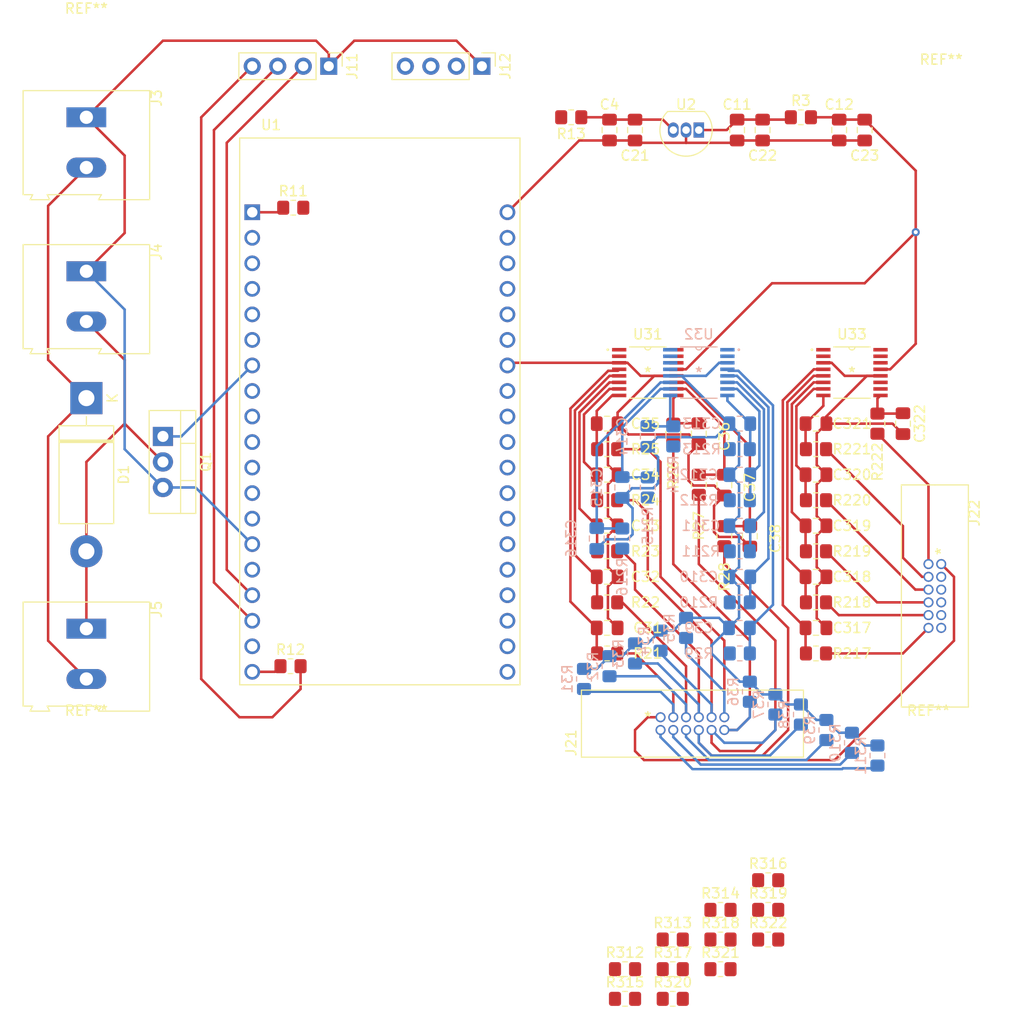
<source format=kicad_pcb>
(kicad_pcb (version 20171130) (host pcbnew "(5.1.10-1-10_14)")
  (layers (0 F.Cu signal) (31 B.Cu signal) (34 B.Paste user) (35 F.Paste user) (36 B.SilkS user) (37 F.SilkS user) (38 B.Mask user) (39 F.Mask user) (44 Edge.Cuts user))
  (net 0 "")
  (net 1 "Net-(C21-Pad1)")
  (net 2 GND)
  (net 3 VA)
  (net 4 VD)
  (net 5 P0)
  (net 6 P1)
  (net 7 P2)
  (net 8 P3)
  (net 9 P4)
  (net 10 P5)
  (net 11 P6)
  (net 12 P7)
  (net 13 P8)
  (net 14 P9)
  (net 15 P10)
  (net 16 P11)
  (net 17 P12)
  (net 18 P13)
  (net 19 P14)
  (net 20 P15)
  (net 21 P16)
  (net 22 P17)
  (net 23 P18)
  (net 24 P19)
  (net 25 P20)
  (net 26 P21)
  (net 27 Brakes_Out+)
  (net 28 Brakes_Out-)
  (net 29 V_5V)
  (net 30 U1_TX)
  (net 31 U1_RX)
  (net 32 U2_RX)
  (net 33 U2_TX)
  (net 34 "Net-(J12-Pad4)")
  (net 35 "Net-(J21-Pad7)")
  (net 36 "Net-(J21-Pad8)")
  (net 37 "Net-(J21-Pad9)")
  (net 38 "Net-(J21-Pad10)")
  (net 39 "Net-(J21-Pad11)")
  (net 40 "Net-(J21-Pad12)")
  (net 41 "Net-(J21-Pad6)")
  (net 42 "Net-(J21-Pad5)")
  (net 43 "Net-(J21-Pad4)")
  (net 44 "Net-(J21-Pad3)")
  (net 45 "Net-(J21-Pad2)")
  (net 46 V_3V3)
  (net 47 "Net-(J22-Pad7)")
  (net 48 "Net-(J22-Pad8)")
  (net 49 "Net-(J22-Pad9)")
  (net 50 "Net-(J22-Pad10)")
  (net 51 "Net-(J22-Pad11)")
  (net 52 "Net-(J22-Pad12)")
  (net 53 "Net-(J22-Pad6)")
  (net 54 "Net-(J22-Pad5)")
  (net 55 "Net-(J22-Pad4)")
  (net 56 "Net-(J22-Pad3)")
  (net 57 "Net-(J22-Pad2)")
  (net 58 Brakes_CNTRL)
  (net 59 "Net-(R11-Pad1)")
  (net 60 "Net-(R12-Pad1)")
  (net 61 "Net-(U1-Pad38)")
  (net 62 "Net-(U1-Pad37)")
  (net 63 "Net-(U1-Pad36)")
  (net 64 "Net-(U1-Pad35)")
  (net 65 "Net-(U1-Pad34)")
  (net 66 "Net-(U1-Pad33)")
  (net 67 "Net-(U1-Pad32)")
  (net 68 "Net-(U1-Pad29)")
  (net 69 "Net-(U1-Pad28)")
  (net 70 "Net-(U1-Pad27)")
  (net 71 "Net-(U1-Pad25)")
  (net 72 "Net-(U1-Pad24)")
  (net 73 "Net-(U1-Pad23)")
  (net 74 "Net-(U1-Pad22)")
  (net 75 "Net-(U1-Pad21)")
  (net 76 "Net-(U1-Pad18)")
  (net 77 HSPI_MOSI)
  (net 78 HSPI_MISO)
  (net 79 HSPI_CLK)
  (net 80 HSPI_CS_1)
  (net 81 HSPI_CS_2)
  (net 82 HSPI_CS_3)
  (net 83 "Net-(U1-Pad8)")
  (net 84 "Net-(U1-Pad6)")
  (net 85 "Net-(U1-Pad5)")
  (net 86 "Net-(U1-Pad4)")
  (net 87 "Net-(U1-Pad3)")
  (net 88 "Net-(U1-Pad2)")
  (net 89 CS_1)
  (net 90 CS_2)
  (net 91 "Net-(U33-Pad11)")
  (net 92 "Net-(U33-Pad10)")
  (net 93 CS_3)
  (module Resistor_SMD:R_0805_2012Metric_Pad1.20x1.40mm_HandSolder (layer F.Cu) (at 95.25 62.23 90)
    (fp_text reference R222 (at -3.81 0 90) (layer F.SilkS))
    (fp_text value 22Ω)
    (pad 1 smd roundrect (at -1 0 90) (size 1.2 1.4) (layers F.Cu F.Paste F.Mask) (roundrect_rratio 0.2083325) (net 52 "Net-(J22-Pad12)"))
    (pad 2 smd roundrect (at 1 0 90) (size 1.2 1.4) (layers F.Cu F.Paste F.Mask) (roundrect_rratio 0.2083325) (net 26 P21))
  )
  (module Resistor_SMD:R_0805_2012Metric_Pad1.20x1.40mm_HandSolder (layer F.Cu) (at 89.1325 64.77 180)
    (fp_text reference R221 (at -3.5775 0) (layer F.SilkS))
    (fp_text value 22Ω)
    (pad 1 smd roundrect (at -1 0 180) (size 1.2 1.4) (layers F.Cu F.Paste F.Mask) (roundrect_rratio 0.2083325) (net 51 "Net-(J22-Pad11)"))
    (pad 2 smd roundrect (at 1 0 180) (size 1.2 1.4) (layers F.Cu F.Paste F.Mask) (roundrect_rratio 0.2083325) (net 25 P20))
  )
  (module Resistor_SMD:R_0805_2012Metric_Pad1.20x1.40mm_HandSolder (layer F.Cu) (at 89.1325 69.85 180)
    (fp_text reference R220 (at -3.5775 0) (layer F.SilkS))
    (fp_text value 22Ω)
    (pad 1 smd roundrect (at -1 0 180) (size 1.2 1.4) (layers F.Cu F.Paste F.Mask) (roundrect_rratio 0.2083325) (net 50 "Net-(J22-Pad10)"))
    (pad 2 smd roundrect (at 1 0 180) (size 1.2 1.4) (layers F.Cu F.Paste F.Mask) (roundrect_rratio 0.2083325) (net 24 P19))
  )
  (module Resistor_SMD:R_0805_2012Metric_Pad1.20x1.40mm_HandSolder (layer F.Cu) (at 89.1325 74.93 180)
    (fp_text reference R219 (at -3.5775 0) (layer F.SilkS))
    (fp_text value 22Ω)
    (pad 1 smd roundrect (at -1 0 180) (size 1.2 1.4) (layers F.Cu F.Paste F.Mask) (roundrect_rratio 0.2083325) (net 49 "Net-(J22-Pad9)"))
    (pad 2 smd roundrect (at 1 0 180) (size 1.2 1.4) (layers F.Cu F.Paste F.Mask) (roundrect_rratio 0.2083325) (net 23 P18))
  )
  (module Resistor_SMD:R_0805_2012Metric_Pad1.20x1.40mm_HandSolder (layer F.Cu) (at 89.1325 80.01 180)
    (fp_text reference R218 (at -3.5775 0) (layer F.SilkS))
    (fp_text value 22Ω)
    (pad 2 smd roundrect (at 1 0 180) (size 1.2 1.4) (layers F.Cu F.Paste F.Mask) (roundrect_rratio 0.2083325) (net 22 P17))
    (pad 1 smd roundrect (at -1 0 180) (size 1.2 1.4) (layers F.Cu F.Paste F.Mask) (roundrect_rratio 0.2083325) (net 48 "Net-(J22-Pad8)"))
  )
  (module Resistor_SMD:R_0805_2012Metric_Pad1.20x1.40mm_HandSolder (layer F.Cu) (at 89.1325 85.09 180)
    (fp_text reference R217 (at -3.5775 0) (layer F.SilkS))
    (fp_text value 22Ω)
    (pad 2 smd roundrect (at 1 0 180) (size 1.2 1.4) (layers F.Cu F.Paste F.Mask) (roundrect_rratio 0.2083325) (net 21 P16))
    (pad 1 smd roundrect (at -1 0 180) (size 1.2 1.4) (layers F.Cu F.Paste F.Mask) (roundrect_rratio 0.2083325) (net 47 "Net-(J22-Pad7)"))
  )
  (module Resistor_SMD:R_0805_2012Metric_Pad1.20x1.40mm_HandSolder (layer B.Cu) (at 69.85 73.66 90)
    (fp_text reference R216 (at -3.81 0 270) (layer B.SilkS) (effects (justify mirror)))
    (fp_text value 22Ω)
    (pad 2 smd roundrect (at 1 0 90) (size 1.2 1.4) (layers B.Cu B.Paste B.Mask) (roundrect_rratio 0.2083325) (net 20 P15))
    (pad 1 smd roundrect (at -1 0 90) (size 1.2 1.4) (layers B.Cu B.Paste B.Mask) (roundrect_rratio 0.2083325) (net 53 "Net-(J22-Pad6)"))
  )
  (module Resistor_SMD:R_0805_2012Metric_Pad1.20x1.40mm_HandSolder (layer B.Cu) (at 72.39 68.58 90)
    (fp_text reference R215 (at -3.81 0 270) (layer B.SilkS) (effects (justify mirror)))
    (fp_text value 22Ω)
    (pad 2 smd roundrect (at 1 0 90) (size 1.2 1.4) (layers B.Cu B.Paste B.Mask) (roundrect_rratio 0.2083325) (net 19 P14))
    (pad 1 smd roundrect (at -1 0 90) (size 1.2 1.4) (layers B.Cu B.Paste B.Mask) (roundrect_rratio 0.2083325) (net 54 "Net-(J22-Pad5)"))
  )
  (module Resistor_SMD:R_0805_2012Metric_Pad1.20x1.40mm_HandSolder (layer B.Cu) (at 74.93 63.5 90)
    (fp_text reference R214 (at -3.81 0 270) (layer B.SilkS) (effects (justify mirror)))
    (fp_text value 22Ω)
    (pad 2 smd roundrect (at 1 0 90) (size 1.2 1.4) (layers B.Cu B.Paste B.Mask) (roundrect_rratio 0.2083325) (net 18 P13))
    (pad 1 smd roundrect (at -1 0 90) (size 1.2 1.4) (layers B.Cu B.Paste B.Mask) (roundrect_rratio 0.2083325) (net 55 "Net-(J22-Pad4)"))
  )
  (module Resistor_SMD:R_0805_2012Metric_Pad1.20x1.40mm_HandSolder (layer B.Cu) (at 81.55 64.77)
    (fp_text reference R213 (at -3.81 0) (layer B.SilkS) (effects (justify mirror)))
    (fp_text value 22Ω)
    (pad 1 smd roundrect (at -1 0) (size 1.2 1.4) (layers B.Cu B.Paste B.Mask) (roundrect_rratio 0.2083325) (net 56 "Net-(J22-Pad3)"))
    (pad 2 smd roundrect (at 1 0) (size 1.2 1.4) (layers B.Cu B.Paste B.Mask) (roundrect_rratio 0.2083325) (net 17 P12))
  )
  (module Resistor_SMD:R_0805_2012Metric_Pad1.20x1.40mm_HandSolder (layer B.Cu) (at 81.55 69.85)
    (fp_text reference R212 (at -4.08 0) (layer B.SilkS) (effects (justify mirror)))
    (fp_text value 22Ω)
    (pad 1 smd roundrect (at -1 0) (size 1.2 1.4) (layers B.Cu B.Paste B.Mask) (roundrect_rratio 0.2083325) (net 57 "Net-(J22-Pad2)"))
    (pad 2 smd roundrect (at 1 0) (size 1.2 1.4) (layers B.Cu B.Paste B.Mask) (roundrect_rratio 0.2083325) (net 16 P11))
  )
  (module Resistor_SMD:R_0805_2012Metric_Pad1.20x1.40mm_HandSolder (layer B.Cu) (at 81.55 74.93)
    (fp_text reference R211 (at -3.885 0) (layer B.SilkS) (effects (justify mirror)))
    (fp_text value 22Ω)
    (pad 2 smd roundrect (at 1 0) (size 1.2 1.4) (layers B.Cu B.Paste B.Mask) (roundrect_rratio 0.2083325) (net 15 P10))
    (pad 1 smd roundrect (at -1 0) (size 1.2 1.4) (layers B.Cu B.Paste B.Mask) (roundrect_rratio 0.2083325) (net 40 "Net-(J21-Pad12)"))
  )
  (module Resistor_SMD:R_0805_2012Metric_Pad1.20x1.40mm_HandSolder (layer B.Cu) (at 81.55 80.01)
    (fp_text reference R210 (at -4.08 0) (layer B.SilkS) (effects (justify mirror)))
    (fp_text value 22Ω)
    (pad 1 smd roundrect (at -1 0) (size 1.2 1.4) (layers B.Cu B.Paste B.Mask) (roundrect_rratio 0.2083325) (net 39 "Net-(J21-Pad11)"))
    (pad 2 smd roundrect (at 1 0) (size 1.2 1.4) (layers B.Cu B.Paste B.Mask) (roundrect_rratio 0.2083325) (net 14 P9))
  )
  (module Resistor_SMD:R_0805_2012Metric_Pad1.20x1.40mm_HandSolder (layer B.Cu) (at 81.55 85.09)
    (fp_text reference R29 (at -4.08 0) (layer B.SilkS) (effects (justify mirror)))
    (fp_text value 22Ω)
    (pad 2 smd roundrect (at 1 0) (size 1.2 1.4) (layers B.Cu B.Paste B.Mask) (roundrect_rratio 0.2083325) (net 13 P8))
    (pad 1 smd roundrect (at -1 0) (size 1.2 1.4) (layers B.Cu B.Paste B.Mask) (roundrect_rratio 0.2083325) (net 38 "Net-(J21-Pad10)"))
  )
  (module Resistor_SMD:R_0805_2012Metric_Pad1.20x1.40mm_HandSolder (layer F.Cu) (at 80.01 73.4275 90)
    (fp_text reference R28 (at -4.0425 0 90) (layer F.SilkS))
    (fp_text value 22Ω)
    (pad 1 smd roundrect (at -1 0 90) (size 1.2 1.4) (layers F.Cu F.Paste F.Mask) (roundrect_rratio 0.2083325) (net 37 "Net-(J21-Pad9)"))
    (pad 2 smd roundrect (at 1 0 90) (size 1.2 1.4) (layers F.Cu F.Paste F.Mask) (roundrect_rratio 0.2083325) (net 12 P7))
  )
  (module Resistor_SMD:R_0805_2012Metric_Pad1.20x1.40mm_HandSolder (layer F.Cu) (at 77.47 68.31 90)
    (fp_text reference R27 (at -4.08 0 90) (layer F.SilkS))
    (fp_text value 22Ω)
    (pad 2 smd roundrect (at 1 0 90) (size 1.2 1.4) (layers F.Cu F.Paste F.Mask) (roundrect_rratio 0.2083325) (net 11 P6))
    (pad 1 smd roundrect (at -1 0 90) (size 1.2 1.4) (layers F.Cu F.Paste F.Mask) (roundrect_rratio 0.2083325) (net 36 "Net-(J21-Pad8)"))
  )
  (module Resistor_SMD:R_0805_2012Metric_Pad1.20x1.40mm_HandSolder (layer F.Cu) (at 74.93 63.23 90)
    (fp_text reference R26 (at -4.08 0 90) (layer F.SilkS))
    (fp_text value 22Ω)
    (pad 2 smd roundrect (at 1 0 90) (size 1.2 1.4) (layers F.Cu F.Paste F.Mask) (roundrect_rratio 0.2083325) (net 10 P5))
    (pad 1 smd roundrect (at -1 0 90) (size 1.2 1.4) (layers F.Cu F.Paste F.Mask) (roundrect_rratio 0.2083325) (net 35 "Net-(J21-Pad7)"))
  )
  (module Resistor_SMD:R_0805_2012Metric_Pad1.20x1.40mm_HandSolder (layer F.Cu) (at 68.3475 64.77 180)
    (fp_text reference R25 (at -3.81 0) (layer F.SilkS))
    (fp_text value 22Ω)
    (pad 2 smd roundrect (at 1 0 180) (size 1.2 1.4) (layers F.Cu F.Paste F.Mask) (roundrect_rratio 0.2083325) (net 9 P4))
    (pad 1 smd roundrect (at -1 0 180) (size 1.2 1.4) (layers F.Cu F.Paste F.Mask) (roundrect_rratio 0.2083325) (net 41 "Net-(J21-Pad6)"))
  )
  (module Resistor_SMD:R_0805_2012Metric_Pad1.20x1.40mm_HandSolder (layer F.Cu) (at 68.3475 69.85 180)
    (fp_text reference R24 (at -3.81 0) (layer F.SilkS))
    (fp_text value 22Ω)
    (pad 1 smd roundrect (at -1 0 180) (size 1.2 1.4) (layers F.Cu F.Paste F.Mask) (roundrect_rratio 0.2083325) (net 42 "Net-(J21-Pad5)"))
    (pad 2 smd roundrect (at 1 0 180) (size 1.2 1.4) (layers F.Cu F.Paste F.Mask) (roundrect_rratio 0.2083325) (net 8 P3))
  )
  (module Resistor_SMD:R_0805_2012Metric_Pad1.20x1.40mm_HandSolder (layer F.Cu) (at 68.3475 74.93 180)
    (fp_text reference R23 (at -3.81 0) (layer F.SilkS))
    (fp_text value 22Ω)
    (pad 1 smd roundrect (at -1 0 180) (size 1.2 1.4) (layers F.Cu F.Paste F.Mask) (roundrect_rratio 0.2083325) (net 43 "Net-(J21-Pad4)"))
    (pad 2 smd roundrect (at 1 0 180) (size 1.2 1.4) (layers F.Cu F.Paste F.Mask) (roundrect_rratio 0.2083325) (net 7 P2))
  )
  (module Resistor_SMD:R_0805_2012Metric_Pad1.20x1.40mm_HandSolder (layer F.Cu) (at 68.3475 80.01 180)
    (fp_text reference R22 (at -3.81 0) (layer F.SilkS))
    (fp_text value 22Ω)
    (pad 1 smd roundrect (at -1 0 180) (size 1.2 1.4) (layers F.Cu F.Paste F.Mask) (roundrect_rratio 0.2083325) (net 44 "Net-(J21-Pad3)"))
    (pad 2 smd roundrect (at 1 0 180) (size 1.2 1.4) (layers F.Cu F.Paste F.Mask) (roundrect_rratio 0.2083325) (net 6 P1))
  )
  (module Resistor_SMD:R_0805_2012Metric_Pad1.20x1.40mm_HandSolder (layer F.Cu) (at 68.3475 85.09 180)
    (fp_text reference R21 (at -4.0425 0) (layer F.SilkS))
    (fp_text value 22Ω)
    (pad 1 smd roundrect (at -1 0 180) (size 1.2 1.4) (layers F.Cu F.Paste F.Mask) (roundrect_rratio 0.2083325) (net 45 "Net-(J21-Pad2)"))
    (pad 2 smd roundrect (at 1 0 180) (size 1.2 1.4) (layers F.Cu F.Paste F.Mask) (roundrect_rratio 0.2083325) (net 5 P0))
  )
  (module Capacitor_SMD:C_0805_2012Metric_Pad1.18x1.45mm_HandSolder (layer F.Cu) (at 97.79 62.23 270)
    (fp_text reference C322 (at 0 -1.68 90) (layer F.SilkS))
    (fp_text value 1nF)
    (pad 1 smd roundrect (at -1.0375 0 270) (size 1.175 1.45) (layers F.Cu F.Paste F.Mask) (roundrect_rratio 0.2127659574468085) (net 26 P21))
    (pad 2 smd roundrect (at 1.0375 0 270) (size 1.175 1.45) (layers F.Cu F.Paste F.Mask) (roundrect_rratio 0.2127659574468085) (net 2 GND))
  )
  (module Capacitor_SMD:C_0805_2012Metric_Pad1.18x1.45mm_HandSolder (layer F.Cu) (at 89.1325 62.23)
    (fp_text reference C321 (at 3.5775 0) (layer F.SilkS))
    (fp_text value 1nF)
    (pad 1 smd roundrect (at -1.0375 0) (size 1.175 1.45) (layers F.Cu F.Paste F.Mask) (roundrect_rratio 0.2127659574468085) (net 25 P20))
    (pad 2 smd roundrect (at 1.0375 0) (size 1.175 1.45) (layers F.Cu F.Paste F.Mask) (roundrect_rratio 0.2127659574468085) (net 2 GND))
  )
  (module Capacitor_SMD:C_0805_2012Metric_Pad1.18x1.45mm_HandSolder (layer F.Cu) (at 89.1325 67.31)
    (fp_text reference C320 (at 3.5775 0) (layer F.SilkS))
    (fp_text value 1nF)
    (pad 2 smd roundrect (at 1.0375 0) (size 1.175 1.45) (layers F.Cu F.Paste F.Mask) (roundrect_rratio 0.2127659574468085) (net 2 GND))
    (pad 1 smd roundrect (at -1.0375 0) (size 1.175 1.45) (layers F.Cu F.Paste F.Mask) (roundrect_rratio 0.2127659574468085) (net 24 P19))
  )
  (module Capacitor_SMD:C_0805_2012Metric_Pad1.18x1.45mm_HandSolder (layer B.Cu) (at 72.39 63.5 270)
    (fp_text reference C314 (at 0 2.54 270) (layer B.SilkS) (effects (justify mirror)))
    (fp_text value 1nF)
    (pad 2 smd roundrect (at 1.0375 0 270) (size 1.175 1.45) (layers B.Cu B.Paste B.Mask) (roundrect_rratio 0.2127659574468085) (net 2 GND))
    (pad 1 smd roundrect (at -1.0375 0 270) (size 1.175 1.45) (layers B.Cu B.Paste B.Mask) (roundrect_rratio 0.2127659574468085) (net 18 P13))
  )
  (module Capacitor_SMD:C_0805_2012Metric_Pad1.18x1.45mm_HandSolder (layer B.Cu) (at 67.31 73.66 270)
    (fp_text reference C316 (at 0 2.54 270) (layer B.SilkS) (effects (justify mirror)))
    (fp_text value 1nF)
    (pad 2 smd roundrect (at 1.0375 0 270) (size 1.175 1.45) (layers B.Cu B.Paste B.Mask) (roundrect_rratio 0.2127659574468085) (net 2 GND))
    (pad 1 smd roundrect (at -1.0375 0 270) (size 1.175 1.45) (layers B.Cu B.Paste B.Mask) (roundrect_rratio 0.2127659574468085) (net 20 P15))
  )
  (module Capacitor_SMD:C_0805_2012Metric_Pad1.18x1.45mm_HandSolder (layer B.Cu) (at 69.85 68.58 270)
    (fp_text reference C315 (at 0 2.54 270) (layer B.SilkS) (effects (justify mirror)))
    (fp_text value 1nF)
    (pad 2 smd roundrect (at 1.0375 0 270) (size 1.175 1.45) (layers B.Cu B.Paste B.Mask) (roundrect_rratio 0.2127659574468085) (net 2 GND))
    (pad 1 smd roundrect (at -1.0375 0 270) (size 1.175 1.45) (layers B.Cu B.Paste B.Mask) (roundrect_rratio 0.2127659574468085) (net 19 P14))
  )
  (module Capacitor_SMD:C_0805_2012Metric_Pad1.18x1.45mm_HandSolder (layer F.Cu) (at 89.1325 77.47)
    (fp_text reference C318 (at 3.5775 0) (layer F.SilkS))
    (fp_text value 1nF)
    (pad 2 smd roundrect (at 1.0375 0) (size 1.175 1.45) (layers F.Cu F.Paste F.Mask) (roundrect_rratio 0.2127659574468085) (net 2 GND))
    (pad 1 smd roundrect (at -1.0375 0) (size 1.175 1.45) (layers F.Cu F.Paste F.Mask) (roundrect_rratio 0.2127659574468085) (net 22 P17))
  )
  (module Capacitor_SMD:C_0805_2012Metric_Pad1.18x1.45mm_HandSolder (layer F.Cu) (at 89.1325 72.39)
    (fp_text reference C319 (at 3.5775 0) (layer F.SilkS))
    (fp_text value 1nF)
    (pad 1 smd roundrect (at -1.0375 0) (size 1.175 1.45) (layers F.Cu F.Paste F.Mask) (roundrect_rratio 0.2127659574468085) (net 23 P18))
    (pad 2 smd roundrect (at 1.0375 0) (size 1.175 1.45) (layers F.Cu F.Paste F.Mask) (roundrect_rratio 0.2127659574468085) (net 2 GND))
  )
  (module Capacitor_SMD:C_0805_2012Metric_Pad1.18x1.45mm_HandSolder (layer F.Cu) (at 89.1325 82.55)
    (fp_text reference C317 (at 3.5775 0) (layer F.SilkS))
    (fp_text value 1nF)
    (pad 2 smd roundrect (at 1.0375 0) (size 1.175 1.45) (layers F.Cu F.Paste F.Mask) (roundrect_rratio 0.2127659574468085) (net 2 GND))
    (pad 1 smd roundrect (at -1.0375 0) (size 1.175 1.45) (layers F.Cu F.Paste F.Mask) (roundrect_rratio 0.2127659574468085) (net 21 P16))
  )
  (module _Defying_Gravity_Parts:ADC088S102CIMT&slash_NOPB (layer F.Cu) (at 92.71 57.15)
    (fp_text reference U33 (at 0 -3.81) (layer F.SilkS))
    (fp_text value ADC088S102CIMT_NOPB hide)
    (fp_text user * (at 0 0) (layer F.SilkS))
    (pad 16 smd rect (at 2.8448 -2.274999) (size 1.4224 0.3556) (layers F.Cu F.Paste F.Mask) (net 79 HSPI_CLK))
    (pad 15 smd rect (at 2.8448 -1.624998) (size 1.4224 0.3556) (layers F.Cu F.Paste F.Mask) (net 78 HSPI_MISO))
    (pad 14 smd rect (at 2.8448 -0.974999) (size 1.4224 0.3556) (layers F.Cu F.Paste F.Mask) (net 77 HSPI_MOSI))
    (pad 13 smd rect (at 2.8448 -0.324998) (size 1.4224 0.3556) (layers F.Cu F.Paste F.Mask) (net 4 VD))
    (pad 12 smd rect (at 2.8448 0.325001) (size 1.4224 0.3556) (layers F.Cu F.Paste F.Mask) (net 2 GND))
    (pad 11 smd rect (at 2.8448 0.974999) (size 1.4224 0.3556) (layers F.Cu F.Paste F.Mask) (net 91 "Net-(U33-Pad11)"))
    (pad 10 smd rect (at 2.8448 1.625001) (size 1.4224 0.3556) (layers F.Cu F.Paste F.Mask) (net 92 "Net-(U33-Pad10)"))
    (pad 9 smd rect (at 2.8448 2.274999) (size 1.4224 0.3556) (layers F.Cu F.Paste F.Mask) (net 26 P21))
    (pad 8 smd rect (at -2.8448 2.274999) (size 1.4224 0.3556) (layers F.Cu F.Paste F.Mask) (net 25 P20))
    (pad 7 smd rect (at -2.8448 1.624998) (size 1.4224 0.3556) (layers F.Cu F.Paste F.Mask) (net 24 P19))
    (pad 6 smd rect (at -2.8448 0.974999) (size 1.4224 0.3556) (layers F.Cu F.Paste F.Mask) (net 23 P18))
    (pad 5 smd rect (at -2.8448 0.324998) (size 1.4224 0.3556) (layers F.Cu F.Paste F.Mask) (net 22 P17))
    (pad 4 smd rect (at -2.8448 -0.325001) (size 1.4224 0.3556) (layers F.Cu F.Paste F.Mask) (net 21 P16))
    (pad 3 smd rect (at -2.8448 -0.974999) (size 1.4224 0.3556) (layers F.Cu F.Paste F.Mask) (net 2 GND))
    (pad 2 smd rect (at -2.8448 -1.625001) (size 1.4224 0.3556) (layers F.Cu F.Paste F.Mask) (net 3 VA))
    (pad 1 smd rect (at -2.8448 -2.274999) (size 1.4224 0.3556) (layers F.Cu F.Paste F.Mask) (net 93 CS_3))
  )
  (module Resistor_SMD:R_0805_2012Metric_Pad1.20x1.40mm_HandSolder (layer F.Cu) (at 64.77 31.75 180)
    (fp_text reference R13 (at 0 -1.65) (layer F.SilkS))
    (fp_text value "0 Ω")
    (pad 2 smd roundrect (at 1 0 180) (size 1.2 1.4) (layers F.Cu F.Paste F.Mask) (roundrect_rratio 0.2083325) (net 29 V_5V))
    (pad 1 smd roundrect (at -1 0 180) (size 1.2 1.4) (layers F.Cu F.Paste F.Mask) (roundrect_rratio 0.2083325) (net 1 "Net-(C21-Pad1)"))
  )
  (module _Defying_Gravity_Parts:ADC088S102CIMT&slash_NOPB (layer B.Cu) (at 77.47 57.15 180)
    (fp_text reference U32 (at 0 3.81) (layer B.SilkS) (effects (justify mirror)))
    (fp_text value ADC088S102CIMT_NOPB hide)
    (fp_text user * (at 0 0) (layer B.SilkS) (effects (justify mirror)))
    (pad 1 smd rect (at -2.8448 2.274999 180) (size 1.4224 0.3556) (layers B.Cu B.Paste B.Mask) (net 90 CS_2))
    (pad 2 smd rect (at -2.8448 1.625001 180) (size 1.4224 0.3556) (layers B.Cu B.Paste B.Mask) (net 3 VA))
    (pad 3 smd rect (at -2.8448 0.974999 180) (size 1.4224 0.3556) (layers B.Cu B.Paste B.Mask) (net 2 GND))
    (pad 4 smd rect (at -2.8448 0.325001 180) (size 1.4224 0.3556) (layers B.Cu B.Paste B.Mask) (net 13 P8))
    (pad 5 smd rect (at -2.8448 -0.324998 180) (size 1.4224 0.3556) (layers B.Cu B.Paste B.Mask) (net 14 P9))
    (pad 6 smd rect (at -2.8448 -0.974999 180) (size 1.4224 0.3556) (layers B.Cu B.Paste B.Mask) (net 15 P10))
    (pad 7 smd rect (at -2.8448 -1.624998 180) (size 1.4224 0.3556) (layers B.Cu B.Paste B.Mask) (net 16 P11))
    (pad 8 smd rect (at -2.8448 -2.274999 180) (size 1.4224 0.3556) (layers B.Cu B.Paste B.Mask) (net 17 P12))
    (pad 9 smd rect (at 2.8448 -2.274999 180) (size 1.4224 0.3556) (layers B.Cu B.Paste B.Mask) (net 18 P13))
    (pad 10 smd rect (at 2.8448 -1.625001 180) (size 1.4224 0.3556) (layers B.Cu B.Paste B.Mask) (net 19 P14))
    (pad 11 smd rect (at 2.8448 -0.974999 180) (size 1.4224 0.3556) (layers B.Cu B.Paste B.Mask) (net 20 P15))
    (pad 12 smd rect (at 2.8448 -0.325001 180) (size 1.4224 0.3556) (layers B.Cu B.Paste B.Mask) (net 2 GND))
    (pad 13 smd rect (at 2.8448 0.324998 180) (size 1.4224 0.3556) (layers B.Cu B.Paste B.Mask) (net 4 VD))
    (pad 14 smd rect (at 2.8448 0.974999 180) (size 1.4224 0.3556) (layers B.Cu B.Paste B.Mask) (net 77 HSPI_MOSI))
    (pad 15 smd rect (at 2.8448 1.624998 180) (size 1.4224 0.3556) (layers B.Cu B.Paste B.Mask) (net 78 HSPI_MISO))
    (pad 16 smd rect (at 2.8448 2.274999 180) (size 1.4224 0.3556) (layers B.Cu B.Paste B.Mask) (net 79 HSPI_CLK))
  )
  (module MountingHole:MountingHole_2.1mm (layer F.Cu) (at 16.51 24.13)
    (fp_text reference REF** (at 0 -3.2) (layer F.SilkS))
    (fp_text value MountingHole_2.1mm)
    (pad "" np_thru_hole circle (at 0 0) (size 2.1 2.1) (drill 2.1) (layers *.Cu *.Mask))
  )
  (module Package_TO_SOT_THT:TO-92_Inline (layer F.Cu) (at 77.47 33.02 180)
    (fp_text reference U2 (at 1.27 2.54) (layer F.SilkS))
    (fp_text value LP2950-3.0_TO92)
    (pad 1 thru_hole rect (at 0 0 180) (size 1.05 1.5) (drill 0.75) (layers *.Cu *.Mask) (net 3 VA))
    (pad 3 thru_hole oval (at 2.54 0 180) (size 1.05 1.5) (drill 0.75) (layers *.Cu *.Mask) (net 1 "Net-(C21-Pad1)"))
    (pad 2 thru_hole oval (at 1.27 0 180) (size 1.05 1.5) (drill 0.75) (layers *.Cu *.Mask) (net 2 GND))
  )
  (module Capacitor_SMD:C_0805_2012Metric_Pad1.18x1.45mm_HandSolder (layer F.Cu) (at 68.3475 82.55)
    (fp_text reference C31 (at 4.0425 0) (layer F.SilkS))
    (fp_text value 1nF)
    (pad 2 smd roundrect (at 1.0375 0) (size 1.175 1.45) (layers F.Cu F.Paste F.Mask) (roundrect_rratio 0.2127659574468085) (net 2 GND))
    (pad 1 smd roundrect (at -1.0375 0) (size 1.175 1.45) (layers F.Cu F.Paste F.Mask) (roundrect_rratio 0.2127659574468085) (net 5 P0))
  )
  (module Capacitor_SMD:C_0805_2012Metric_Pad1.18x1.45mm_HandSolder (layer F.Cu) (at 68.3475 77.47)
    (fp_text reference C32 (at 3.81 0) (layer F.SilkS))
    (fp_text value 1nF)
    (pad 2 smd roundrect (at 1.0375 0) (size 1.175 1.45) (layers F.Cu F.Paste F.Mask) (roundrect_rratio 0.2127659574468085) (net 2 GND))
    (pad 1 smd roundrect (at -1.0375 0) (size 1.175 1.45) (layers F.Cu F.Paste F.Mask) (roundrect_rratio 0.2127659574468085) (net 6 P1))
  )
  (module Resistor_SMD:R_0805_2012Metric_Pad1.20x1.40mm_HandSolder (layer F.Cu) (at 87.63 31.75)
    (fp_text reference R3 (at 0 -1.65) (layer F.SilkS))
    (fp_text value 51Ω)
    (pad 2 smd roundrect (at 1 0) (size 1.2 1.4) (layers F.Cu F.Paste F.Mask) (roundrect_rratio 0.2083325) (net 4 VD))
    (pad 1 smd roundrect (at -1 0) (size 1.2 1.4) (layers F.Cu F.Paste F.Mask) (roundrect_rratio 0.2083325) (net 3 VA))
  )
  (module Capacitor_SMD:C_0805_2012Metric_Pad1.18x1.45mm_HandSolder (layer F.Cu) (at 68.3475 72.39)
    (fp_text reference C33 (at 3.81 0) (layer F.SilkS))
    (fp_text value 1nF)
    (pad 1 smd roundrect (at -1.0375 0) (size 1.175 1.45) (layers F.Cu F.Paste F.Mask) (roundrect_rratio 0.2127659574468085) (net 7 P2))
    (pad 2 smd roundrect (at 1.0375 0) (size 1.175 1.45) (layers F.Cu F.Paste F.Mask) (roundrect_rratio 0.2127659574468085) (net 2 GND))
  )
  (module Capacitor_SMD:C_0805_2012Metric_Pad1.18x1.45mm_HandSolder (layer B.Cu) (at 81.55 77.47 180)
    (fp_text reference C310 (at 4.08 0) (layer B.SilkS) (effects (justify mirror)))
    (fp_text value 1nF)
    (pad 2 smd roundrect (at 1.0375 0 180) (size 1.175 1.45) (layers B.Cu B.Paste B.Mask) (roundrect_rratio 0.2127659574468085) (net 2 GND))
    (pad 1 smd roundrect (at -1.0375 0 180) (size 1.175 1.45) (layers B.Cu B.Paste B.Mask) (roundrect_rratio 0.2127659574468085) (net 14 P9))
  )
  (module Capacitor_SMD:C_0805_2012Metric_Pad1.18x1.45mm_HandSolder (layer F.Cu) (at 68.3475 67.31)
    (fp_text reference C34 (at 3.81 0) (layer F.SilkS))
    (fp_text value 1nF)
    (pad 1 smd roundrect (at -1.0375 0) (size 1.175 1.45) (layers F.Cu F.Paste F.Mask) (roundrect_rratio 0.2127659574468085) (net 8 P3))
    (pad 2 smd roundrect (at 1.0375 0) (size 1.175 1.45) (layers F.Cu F.Paste F.Mask) (roundrect_rratio 0.2127659574468085) (net 2 GND))
  )
  (module _Defying_Gravity_Parts:ADC088S102CIMT&slash_NOPB (layer F.Cu) (at 72.39 57.15)
    (fp_text reference U31 (at 0 -3.81) (layer F.SilkS))
    (fp_text value ADC088S102CIMT_NOPB hide)
    (fp_text user * (at 0 0) (layer F.SilkS))
    (pad 16 smd rect (at 2.8448 -2.274999) (size 1.4224 0.3556) (layers F.Cu F.Paste F.Mask) (net 79 HSPI_CLK))
    (pad 15 smd rect (at 2.8448 -1.624998) (size 1.4224 0.3556) (layers F.Cu F.Paste F.Mask) (net 78 HSPI_MISO))
    (pad 14 smd rect (at 2.8448 -0.974999) (size 1.4224 0.3556) (layers F.Cu F.Paste F.Mask) (net 77 HSPI_MOSI))
    (pad 13 smd rect (at 2.8448 -0.324998) (size 1.4224 0.3556) (layers F.Cu F.Paste F.Mask) (net 4 VD))
    (pad 12 smd rect (at 2.8448 0.325001) (size 1.4224 0.3556) (layers F.Cu F.Paste F.Mask) (net 2 GND))
    (pad 11 smd rect (at 2.8448 0.974999) (size 1.4224 0.3556) (layers F.Cu F.Paste F.Mask) (net 12 P7))
    (pad 10 smd rect (at 2.8448 1.625001) (size 1.4224 0.3556) (layers F.Cu F.Paste F.Mask) (net 11 P6))
    (pad 9 smd rect (at 2.8448 2.274999) (size 1.4224 0.3556) (layers F.Cu F.Paste F.Mask) (net 10 P5))
    (pad 8 smd rect (at -2.8448 2.274999) (size 1.4224 0.3556) (layers F.Cu F.Paste F.Mask) (net 9 P4))
    (pad 7 smd rect (at -2.8448 1.624998) (size 1.4224 0.3556) (layers F.Cu F.Paste F.Mask) (net 8 P3))
    (pad 6 smd rect (at -2.8448 0.974999) (size 1.4224 0.3556) (layers F.Cu F.Paste F.Mask) (net 7 P2))
    (pad 5 smd rect (at -2.8448 0.324998) (size 1.4224 0.3556) (layers F.Cu F.Paste F.Mask) (net 6 P1))
    (pad 4 smd rect (at -2.8448 -0.325001) (size 1.4224 0.3556) (layers F.Cu F.Paste F.Mask) (net 5 P0))
    (pad 3 smd rect (at -2.8448 -0.974999) (size 1.4224 0.3556) (layers F.Cu F.Paste F.Mask) (net 2 GND))
    (pad 2 smd rect (at -2.8448 -1.625001) (size 1.4224 0.3556) (layers F.Cu F.Paste F.Mask) (net 3 VA))
    (pad 1 smd rect (at -2.8448 -2.274999) (size 1.4224 0.3556) (layers F.Cu F.Paste F.Mask) (net 89 CS_1))
  )
  (module Capacitor_SMD:C_0805_2012Metric_Pad1.18x1.45mm_HandSolder (layer F.Cu) (at 68.3475 62.23)
    (fp_text reference C35 (at 3.81 0) (layer F.SilkS))
    (fp_text value 1nF)
    (pad 1 smd roundrect (at -1.0375 0) (size 1.175 1.45) (layers F.Cu F.Paste F.Mask) (roundrect_rratio 0.2127659574468085) (net 9 P4))
    (pad 2 smd roundrect (at 1.0375 0) (size 1.175 1.45) (layers F.Cu F.Paste F.Mask) (roundrect_rratio 0.2127659574468085) (net 2 GND))
  )
  (module Capacitor_SMD:C_0805_2012Metric_Pad1.18x1.45mm_HandSolder (layer F.Cu) (at 82.55 73.4275 270)
    (fp_text reference C38 (at 0.2325 -2.54 90) (layer F.SilkS))
    (fp_text value 1nF)
    (pad 2 smd roundrect (at 1.0375 0 270) (size 1.175 1.45) (layers F.Cu F.Paste F.Mask) (roundrect_rratio 0.2127659574468085) (net 2 GND))
    (pad 1 smd roundrect (at -1.0375 0 270) (size 1.175 1.45) (layers F.Cu F.Paste F.Mask) (roundrect_rratio 0.2127659574468085) (net 12 P7))
  )
  (module Capacitor_SMD:C_0805_2012Metric_Pad1.18x1.45mm_HandSolder (layer F.Cu) (at 77.47 63.23 270)
    (fp_text reference C36 (at 0.27 -2.54 90) (layer F.SilkS))
    (fp_text value 1nF)
    (pad 2 smd roundrect (at 1.0375 0 270) (size 1.175 1.45) (layers F.Cu F.Paste F.Mask) (roundrect_rratio 0.2127659574468085) (net 2 GND))
    (pad 1 smd roundrect (at -1.0375 0 270) (size 1.175 1.45) (layers F.Cu F.Paste F.Mask) (roundrect_rratio 0.2127659574468085) (net 10 P5))
  )
  (module Capacitor_SMD:C_0805_2012Metric_Pad1.18x1.45mm_HandSolder (layer F.Cu) (at 80.01 68.3475 270)
    (fp_text reference C37 (at 0.2325 -2.54 90) (layer F.SilkS))
    (fp_text value 1nF)
    (pad 2 smd roundrect (at 1.0375 0 270) (size 1.175 1.45) (layers F.Cu F.Paste F.Mask) (roundrect_rratio 0.2127659574468085) (net 2 GND))
    (pad 1 smd roundrect (at -1.0375 0 270) (size 1.175 1.45) (layers F.Cu F.Paste F.Mask) (roundrect_rratio 0.2127659574468085) (net 11 P6))
  )
  (module _Defying_Gravity_Parts:M50-3550642 (layer F.Cu) (at 101.6 76.2 270)
    (fp_text reference J22 (at -5.08 -3.31 90) (layer F.SilkS))
    (fp_text value "PRESSURE SENSOR GRID")
    (fp_text user * (at -1.27 0 90) (layer F.SilkS))
    (pad 7 thru_hole circle (at 6.35 1.27 270) (size 1 1) (drill 0.7) (layers *.Cu *.Mask) (net 47 "Net-(J22-Pad7)"))
    (pad 8 thru_hole circle (at 5.08 1.27 270) (size 1 1) (drill 0.7) (layers *.Cu *.Mask) (net 48 "Net-(J22-Pad8)"))
    (pad 9 thru_hole circle (at 3.81 1.27 270) (size 1 1) (drill 0.7) (layers *.Cu *.Mask) (net 49 "Net-(J22-Pad9)"))
    (pad 10 thru_hole circle (at 2.54 1.27 270) (size 1 1) (drill 0.7) (layers *.Cu *.Mask) (net 50 "Net-(J22-Pad10)"))
    (pad 11 thru_hole circle (at 1.27 1.27 270) (size 1 1) (drill 0.7) (layers *.Cu *.Mask) (net 51 "Net-(J22-Pad11)"))
    (pad 12 thru_hole circle (at 0 1.27 270) (size 1 1) (drill 0.7) (layers *.Cu *.Mask) (net 52 "Net-(J22-Pad12)"))
    (pad 6 thru_hole circle (at 6.35 0 270) (size 1 1) (drill 0.7) (layers *.Cu *.Mask) (net 53 "Net-(J22-Pad6)"))
    (pad 5 thru_hole circle (at 5.08 0 270) (size 1 1) (drill 0.7) (layers *.Cu *.Mask) (net 54 "Net-(J22-Pad5)"))
    (pad 4 thru_hole circle (at 3.81 0 270) (size 1 1) (drill 0.7) (layers *.Cu *.Mask) (net 55 "Net-(J22-Pad4)"))
    (pad 3 thru_hole circle (at 2.54 0 270) (size 1 1) (drill 0.7) (layers *.Cu *.Mask) (net 56 "Net-(J22-Pad3)"))
    (pad 2 thru_hole circle (at 1.27 0 270) (size 1 1) (drill 0.7) (layers *.Cu *.Mask) (net 57 "Net-(J22-Pad2)"))
    (pad 1 thru_hole circle (at 0 0 270) (size 1 1) (drill 0.7) (layers *.Cu *.Mask) (net 46 V_3V3))
  )
  (module Capacitor_SMD:C_0805_2012Metric_Pad1.18x1.45mm_HandSolder (layer B.Cu) (at 81.5125 82.55 180)
    (fp_text reference C39 (at 4.0425 0) (layer B.SilkS) (effects (justify mirror)))
    (fp_text value 1nF)
    (pad 1 smd roundrect (at -1.0375 0 180) (size 1.175 1.45) (layers B.Cu B.Paste B.Mask) (roundrect_rratio 0.2127659574468085) (net 13 P8))
    (pad 2 smd roundrect (at 1.0375 0 180) (size 1.175 1.45) (layers B.Cu B.Paste B.Mask) (roundrect_rratio 0.2127659574468085) (net 2 GND))
  )
  (module Capacitor_SMD:C_0805_2012Metric_Pad1.18x1.45mm_HandSolder (layer B.Cu) (at 81.55 62.23 180)
    (fp_text reference C313 (at 3.81 0) (layer B.SilkS) (effects (justify mirror)))
    (fp_text value 1nF)
    (pad 1 smd roundrect (at -1.0375 0 180) (size 1.175 1.45) (layers B.Cu B.Paste B.Mask) (roundrect_rratio 0.2127659574468085) (net 17 P12))
    (pad 2 smd roundrect (at 1.0375 0 180) (size 1.175 1.45) (layers B.Cu B.Paste B.Mask) (roundrect_rratio 0.2127659574468085) (net 2 GND))
  )
  (module Capacitor_SMD:C_0805_2012Metric_Pad1.18x1.45mm_HandSolder (layer B.Cu) (at 81.55 67.31 180)
    (fp_text reference C312 (at 4.08 0) (layer B.SilkS) (effects (justify mirror)))
    (fp_text value 1nF)
    (pad 1 smd roundrect (at -1.0375 0 180) (size 1.175 1.45) (layers B.Cu B.Paste B.Mask) (roundrect_rratio 0.2127659574468085) (net 16 P11))
    (pad 2 smd roundrect (at 1.0375 0 180) (size 1.175 1.45) (layers B.Cu B.Paste B.Mask) (roundrect_rratio 0.2127659574468085) (net 2 GND))
  )
  (module MountingHole:MountingHole_2.1mm (layer F.Cu) (at 100.33 93.98)
    (fp_text reference REF** (at 0 -3.2) (layer F.SilkS))
    (fp_text value MountingHole_2.1mm)
    (pad "" np_thru_hole circle (at 0 0) (size 2.1 2.1) (drill 2.1) (layers *.Cu *.Mask))
  )
  (module _Defying_Gravity_Parts:M50-3550642 (layer F.Cu) (at 73.66 91.44)
    (fp_text reference J21 (at -8.89 2.54 90) (layer F.SilkS))
    (fp_text value "PRESSURE SENSOR GIRD w/ power")
    (fp_text user * (at -1.27 0) (layer F.SilkS))
    (pad 7 thru_hole circle (at 6.35 1.27) (size 1 1) (drill 0.7) (layers *.Cu *.Mask) (net 35 "Net-(J21-Pad7)"))
    (pad 8 thru_hole circle (at 5.08 1.27) (size 1 1) (drill 0.7) (layers *.Cu *.Mask) (net 36 "Net-(J21-Pad8)"))
    (pad 9 thru_hole circle (at 3.81 1.27) (size 1 1) (drill 0.7) (layers *.Cu *.Mask) (net 37 "Net-(J21-Pad9)"))
    (pad 10 thru_hole circle (at 2.54 1.27) (size 1 1) (drill 0.7) (layers *.Cu *.Mask) (net 38 "Net-(J21-Pad10)"))
    (pad 11 thru_hole circle (at 1.27 1.27) (size 1 1) (drill 0.7) (layers *.Cu *.Mask) (net 39 "Net-(J21-Pad11)"))
    (pad 12 thru_hole circle (at 0 1.27) (size 1 1) (drill 0.7) (layers *.Cu *.Mask) (net 40 "Net-(J21-Pad12)"))
    (pad 6 thru_hole circle (at 6.35 0) (size 1 1) (drill 0.7) (layers *.Cu *.Mask) (net 41 "Net-(J21-Pad6)"))
    (pad 5 thru_hole circle (at 5.08 0) (size 1 1) (drill 0.7) (layers *.Cu *.Mask) (net 42 "Net-(J21-Pad5)"))
    (pad 4 thru_hole circle (at 3.81 0) (size 1 1) (drill 0.7) (layers *.Cu *.Mask) (net 43 "Net-(J21-Pad4)"))
    (pad 3 thru_hole circle (at 2.54 0) (size 1 1) (drill 0.7) (layers *.Cu *.Mask) (net 44 "Net-(J21-Pad3)"))
    (pad 2 thru_hole circle (at 1.27 0) (size 1 1) (drill 0.7) (layers *.Cu *.Mask) (net 45 "Net-(J21-Pad2)"))
    (pad 1 thru_hole circle (at 0 0) (size 1 1) (drill 0.7) (layers *.Cu *.Mask) (net 46 V_3V3))
  )
  (module Capacitor_SMD:C_0805_2012Metric_Pad1.18x1.45mm_HandSolder (layer B.Cu) (at 81.55 72.39 180)
    (fp_text reference C311 (at 3.885 0) (layer B.SilkS) (effects (justify mirror)))
    (fp_text value 1nF)
    (pad 1 smd roundrect (at -1.0375 0 180) (size 1.175 1.45) (layers B.Cu B.Paste B.Mask) (roundrect_rratio 0.2127659574468085) (net 15 P10))
    (pad 2 smd roundrect (at 1.0375 0 180) (size 1.175 1.45) (layers B.Cu B.Paste B.Mask) (roundrect_rratio 0.2127659574468085) (net 2 GND))
  )
  (module Capacitor_SMD:C_0805_2012Metric_Pad1.18x1.45mm_HandSolder (layer F.Cu) (at 68.58 33.02 270)
    (fp_text reference C4 (at -2.54 0 180) (layer F.SilkS))
    (fp_text value "1 uF")
    (pad 1 smd roundrect (at -1.0375 0 270) (size 1.175 1.45) (layers F.Cu F.Paste F.Mask) (roundrect_rratio 0.2127659574468085) (net 1 "Net-(C21-Pad1)"))
    (pad 2 smd roundrect (at 1.0375 0 270) (size 1.175 1.45) (layers F.Cu F.Paste F.Mask) (roundrect_rratio 0.2127659574468085) (net 2 GND))
  )
  (module MountingHole:MountingHole_2.1mm (layer F.Cu) (at 16.51 93.98)
    (fp_text reference REF** (at 0 -3.2) (layer F.SilkS))
    (fp_text value MountingHole_2.1mm)
    (pad "" np_thru_hole circle (at 0 0) (size 2.1 2.1) (drill 2.1) (layers *.Cu *.Mask))
  )
  (module Capacitor_SMD:C_0805_2012Metric_Pad1.18x1.45mm_HandSolder (layer F.Cu) (at 81.28 33.02 270)
    (fp_text reference C11 (at -2.54 0 180) (layer F.SilkS))
    (fp_text value "1 uF")
    (pad 1 smd roundrect (at -1.0375 0 270) (size 1.175 1.45) (layers F.Cu F.Paste F.Mask) (roundrect_rratio 0.2127659574468085) (net 3 VA))
    (pad 2 smd roundrect (at 1.0375 0 270) (size 1.175 1.45) (layers F.Cu F.Paste F.Mask) (roundrect_rratio 0.2127659574468085) (net 2 GND))
  )
  (module MountingHole:MountingHole_2.1mm (layer F.Cu) (at 101.6 29.21)
    (fp_text reference REF** (at 0 -3.2) (layer F.SilkS))
    (fp_text value MountingHole_2.1mm)
    (pad "" np_thru_hole circle (at 0 0) (size 2.1 2.1) (drill 2.1) (layers *.Cu *.Mask))
  )
  (module Capacitor_SMD:C_0805_2012Metric_Pad1.18x1.45mm_HandSolder (layer F.Cu) (at 91.44 33.02 270)
    (fp_text reference C12 (at -2.54 0 180) (layer F.SilkS))
    (fp_text value "1 uF")
    (pad 1 smd roundrect (at -1.0375 0 270) (size 1.175 1.45) (layers F.Cu F.Paste F.Mask) (roundrect_rratio 0.2127659574468085) (net 4 VD))
    (pad 2 smd roundrect (at 1.0375 0 270) (size 1.175 1.45) (layers F.Cu F.Paste F.Mask) (roundrect_rratio 0.2127659574468085) (net 2 GND))
  )
  (module Capacitor_SMD:C_0805_2012Metric_Pad1.18x1.45mm_HandSolder (layer F.Cu) (at 71.12 33.02 270)
    (fp_text reference C21 (at 2.54 0 180) (layer F.SilkS))
    (fp_text value "0.1 uF")
    (pad 1 smd roundrect (at -1.0375 0 270) (size 1.175 1.45) (layers F.Cu F.Paste F.Mask) (roundrect_rratio 0.2127659574468085) (net 1 "Net-(C21-Pad1)"))
    (pad 2 smd roundrect (at 1.0375 0 270) (size 1.175 1.45) (layers F.Cu F.Paste F.Mask) (roundrect_rratio 0.2127659574468085) (net 2 GND))
  )
  (module Capacitor_SMD:C_0805_2012Metric_Pad1.18x1.45mm_HandSolder (layer F.Cu) (at 83.82 33.02 270)
    (fp_text reference C22 (at 2.54 0 180) (layer F.SilkS))
    (fp_text value "0.1 uF")
    (pad 1 smd roundrect (at -1.0375 0 270) (size 1.175 1.45) (layers F.Cu F.Paste F.Mask) (roundrect_rratio 0.2127659574468085) (net 3 VA))
    (pad 2 smd roundrect (at 1.0375 0 270) (size 1.175 1.45) (layers F.Cu F.Paste F.Mask) (roundrect_rratio 0.2127659574468085) (net 2 GND))
  )
  (module Capacitor_SMD:C_0805_2012Metric_Pad1.18x1.45mm_HandSolder (layer F.Cu) (at 93.98 33.02 270)
    (fp_text reference C23 (at 2.54 0 180) (layer F.SilkS))
    (fp_text value "0.1 uF")
    (pad 2 smd roundrect (at 1.0375 0 270) (size 1.175 1.45) (layers F.Cu F.Paste F.Mask) (roundrect_rratio 0.2127659574468085) (net 2 GND))
    (pad 1 smd roundrect (at -1.0375 0 270) (size 1.175 1.45) (layers F.Cu F.Paste F.Mask) (roundrect_rratio 0.2127659574468085) (net 4 VD))
  )
  (module Diode_THT:D_DO-201AD_P15.24mm_Horizontal (layer F.Cu) (at 16.51 59.69 270)
    (fp_text reference D1 (at 7.62 -3.72 90) (layer F.SilkS))
    (fp_text value 1N5408)
    (fp_text user K (at 0 -2.6 90) (layer F.SilkS))
    (pad 1 thru_hole rect (at 0 0 270) (size 3.2 3.2) (drill 1.6) (layers *.Cu *.Mask) (net 27 Brakes_Out+))
    (pad 2 thru_hole oval (at 15.24 0 270) (size 3.2 3.2) (drill 1.6) (layers *.Cu *.Mask) (net 28 Brakes_Out-))
  )
  (module TerminalBlock:TerminalBlock_Altech_AK300-2_P5.00mm (layer F.Cu) (at 16.51 31.75 270)
    (fp_text reference J3 (at -1.92 -6.99 90) (layer F.SilkS))
    (fp_text value "BUCK CONVERTER")
    (pad 2 thru_hole oval (at 5 0 270) (size 1.98 3.96) (drill 1.32) (layers *.Cu *.Mask) (net 27 Brakes_Out+))
    (pad 1 thru_hole rect (at 0 0 270) (size 1.98 3.96) (drill 1.32) (layers *.Cu *.Mask) (net 2 GND))
  )
  (module TerminalBlock:TerminalBlock_Altech_AK300-2_P5.00mm (layer F.Cu) (at 16.51 47.07 270)
    (fp_text reference J4 (at -1.92 -6.99 90) (layer F.SilkS))
    (fp_text value "E-STOP (inverted)")
    (pad 1 thru_hole rect (at 0 0 270) (size 1.98 3.96) (drill 1.32) (layers *.Cu *.Mask) (net 2 GND))
    (pad 2 thru_hole oval (at 5 0 270) (size 1.98 3.96) (drill 1.32) (layers *.Cu *.Mask) (net 28 Brakes_Out-))
  )
  (module TerminalBlock:TerminalBlock_Altech_AK300-2_P5.00mm (layer F.Cu) (at 16.51 82.63 270)
    (fp_text reference J5 (at -1.92 -6.99 90) (layer F.SilkS))
    (fp_text value "BRAKES POWER")
    (pad 1 thru_hole rect (at 0 0 270) (size 1.98 3.96) (drill 1.32) (layers *.Cu *.Mask) (net 28 Brakes_Out-))
    (pad 2 thru_hole oval (at 5 0 270) (size 1.98 3.96) (drill 1.32) (layers *.Cu *.Mask) (net 27 Brakes_Out+))
  )
  (module Package_TO_SOT_THT:TO-220-3_Vertical (layer F.Cu) (at 24.13 63.5 270)
    (fp_text reference Q1 (at 2.54 -4.27 90) (layer F.SilkS))
    (fp_text value IRLB8721PBF)
    (pad 1 thru_hole rect (at 0 0 270) (size 1.905 2) (drill 1.1) (layers *.Cu *.Mask) (net 58 Brakes_CNTRL))
    (pad 2 thru_hole oval (at 2.54 0 270) (size 1.905 2) (drill 1.1) (layers *.Cu *.Mask) (net 28 Brakes_Out-))
    (pad 3 thru_hole oval (at 5.08 0 270) (size 1.905 2) (drill 1.1) (layers *.Cu *.Mask) (net 2 GND))
  )
  (module Resistor_SMD:R_0805_2012Metric_Pad1.20x1.40mm_HandSolder (layer F.Cu) (at 37.1 40.745001)
    (fp_text reference R11 (at 0 -1.65) (layer F.SilkS))
    (fp_text value "0 Ω")
    (pad 2 smd roundrect (at 1 0) (size 1.2 1.4) (layers F.Cu F.Paste F.Mask) (roundrect_rratio 0.208333) (net 46 V_3V3))
    (pad 1 smd roundrect (at -1 0) (size 1.2 1.4) (layers F.Cu F.Paste F.Mask) (roundrect_rratio 0.208333) (net 59 "Net-(R11-Pad1)"))
  )
  (module Resistor_SMD:R_0805_2012Metric_Pad1.20x1.40mm_HandSolder (layer F.Cu) (at 36.83 86.36)
    (fp_text reference R12 (at 0 -1.65) (layer F.SilkS))
    (fp_text value "0 Ω")
    (pad 1 smd roundrect (at -1 0) (size 1.2 1.4) (layers F.Cu F.Paste F.Mask) (roundrect_rratio 0.208333) (net 60 "Net-(R12-Pad1)"))
    (pad 2 smd roundrect (at 1 0) (size 1.2 1.4) (layers F.Cu F.Paste F.Mask) (roundrect_rratio 0.208333) (net 29 V_5V))
  )
  (module _Defying_Gravity_Parts:MODULE_ESP32-DEVKITC-32D (layer F.Cu) (at 45.72 60.96)
    (fp_text reference U1 (at -10.829175 -28.446045) (layer F.SilkS) (effects (font (size 1.000386 1.000386))))
    (fp_text value ESP32-DEVKITC-32D)
    (pad 38 thru_hole circle (at 12.7 25.96) (size 1.56 1.56) (drill 1.04) (layers *.Cu *.Mask) (net 61 "Net-(U1-Pad38)"))
    (pad 37 thru_hole circle (at 12.7 23.42) (size 1.56 1.56) (drill 1.04) (layers *.Cu *.Mask) (net 62 "Net-(U1-Pad37)"))
    (pad 36 thru_hole circle (at 12.7 20.88) (size 1.56 1.56) (drill 1.04) (layers *.Cu *.Mask) (net 63 "Net-(U1-Pad36)"))
    (pad 35 thru_hole circle (at 12.7 18.34) (size 1.56 1.56) (drill 1.04) (layers *.Cu *.Mask) (net 64 "Net-(U1-Pad35)"))
    (pad 34 thru_hole circle (at 12.7 15.8) (size 1.56 1.56) (drill 1.04) (layers *.Cu *.Mask) (net 65 "Net-(U1-Pad34)"))
    (pad 33 thru_hole circle (at 12.7 13.26) (size 1.56 1.56) (drill 1.04) (layers *.Cu *.Mask) (net 66 "Net-(U1-Pad33)"))
    (pad 32 thru_hole circle (at 12.7 10.72) (size 1.56 1.56) (drill 1.04) (layers *.Cu *.Mask) (net 67 "Net-(U1-Pad32)"))
    (pad 31 thru_hole circle (at 12.7 8.18) (size 1.56 1.56) (drill 1.04) (layers *.Cu *.Mask) (net 32 U2_RX))
    (pad 30 thru_hole circle (at 12.7 5.64) (size 1.56 1.56) (drill 1.04) (layers *.Cu *.Mask) (net 33 U2_TX))
    (pad 29 thru_hole circle (at 12.7 3.1) (size 1.56 1.56) (drill 1.04) (layers *.Cu *.Mask) (net 68 "Net-(U1-Pad29)"))
    (pad 28 thru_hole circle (at 12.7 0.56) (size 1.56 1.56) (drill 1.04) (layers *.Cu *.Mask) (net 69 "Net-(U1-Pad28)"))
    (pad 27 thru_hole circle (at 12.7 -1.98) (size 1.56 1.56) (drill 1.04) (layers *.Cu *.Mask) (net 70 "Net-(U1-Pad27)"))
    (pad 26 thru_hole circle (at 12.7 -4.52) (size 1.56 1.56) (drill 1.04) (layers *.Cu *.Mask) (net 2 GND))
    (pad 25 thru_hole circle (at 12.7 -7.06) (size 1.56 1.56) (drill 1.04) (layers *.Cu *.Mask) (net 71 "Net-(U1-Pad25)"))
    (pad 24 thru_hole circle (at 12.7 -9.6) (size 1.56 1.56) (drill 1.04) (layers *.Cu *.Mask) (net 72 "Net-(U1-Pad24)"))
    (pad 23 thru_hole circle (at 12.7 -12.14) (size 1.56 1.56) (drill 1.04) (layers *.Cu *.Mask) (net 73 "Net-(U1-Pad23)"))
    (pad 22 thru_hole circle (at 12.7 -14.68) (size 1.56 1.56) (drill 1.04) (layers *.Cu *.Mask) (net 74 "Net-(U1-Pad22)"))
    (pad 21 thru_hole circle (at 12.7 -17.22) (size 1.56 1.56) (drill 1.04) (layers *.Cu *.Mask) (net 75 "Net-(U1-Pad21)"))
    (pad 20 thru_hole circle (at 12.7 -19.76) (size 1.56 1.56) (drill 1.04) (layers *.Cu *.Mask) (net 2 GND))
    (pad 18 thru_hole circle (at -12.7 23.42) (size 1.56 1.56) (drill 1.04) (layers *.Cu *.Mask) (net 76 "Net-(U1-Pad18)"))
    (pad 17 thru_hole circle (at -12.7 20.88) (size 1.56 1.56) (drill 1.04) (layers *.Cu *.Mask) (net 30 U1_TX))
    (pad 16 thru_hole circle (at -12.7 18.34) (size 1.56 1.56) (drill 1.04) (layers *.Cu *.Mask) (net 31 U1_RX))
    (pad 15 thru_hole circle (at -12.7 15.8) (size 1.56 1.56) (drill 1.04) (layers *.Cu *.Mask) (net 77 HSPI_MOSI))
    (pad 14 thru_hole circle (at -12.7 13.26) (size 1.56 1.56) (drill 1.04) (layers *.Cu *.Mask) (net 2 GND))
    (pad 13 thru_hole circle (at -12.7 10.72) (size 1.56 1.56) (drill 1.04) (layers *.Cu *.Mask) (net 78 HSPI_MISO))
    (pad 12 thru_hole circle (at -12.7 8.18) (size 1.56 1.56) (drill 1.04) (layers *.Cu *.Mask) (net 79 HSPI_CLK))
    (pad 11 thru_hole circle (at -12.7 5.64) (size 1.56 1.56) (drill 1.04) (layers *.Cu *.Mask) (net 80 HSPI_CS_1))
    (pad 10 thru_hole circle (at -12.7 3.1) (size 1.56 1.56) (drill 1.04) (layers *.Cu *.Mask) (net 81 HSPI_CS_2))
    (pad 9 thru_hole circle (at -12.7 0.56) (size 1.56 1.56) (drill 1.04) (layers *.Cu *.Mask) (net 82 HSPI_CS_3))
    (pad 8 thru_hole circle (at -12.7 -1.98) (size 1.56 1.56) (drill 1.04) (layers *.Cu *.Mask) (net 83 "Net-(U1-Pad8)"))
    (pad 7 thru_hole circle (at -12.7 -4.52) (size 1.56 1.56) (drill 1.04) (layers *.Cu *.Mask) (net 58 Brakes_CNTRL))
    (pad 6 thru_hole circle (at -12.7 -7.06) (size 1.56 1.56) (drill 1.04) (layers *.Cu *.Mask) (net 84 "Net-(U1-Pad6)"))
    (pad 5 thru_hole circle (at -12.7 -9.6) (size 1.56 1.56) (drill 1.04) (layers *.Cu *.Mask) (net 85 "Net-(U1-Pad5)"))
    (pad 4 thru_hole circle (at -12.7 -12.14) (size 1.56 1.56) (drill 1.04) (layers *.Cu *.Mask) (net 86 "Net-(U1-Pad4)"))
    (pad 3 thru_hole circle (at -12.7 -14.68) (size 1.56 1.56) (drill 1.04) (layers *.Cu *.Mask) (net 87 "Net-(U1-Pad3)"))
    (pad 19 thru_hole circle (at -12.7 25.96) (size 1.56 1.56) (drill 1.04) (layers *.Cu *.Mask) (net 60 "Net-(R12-Pad1)"))
    (pad 2 thru_hole circle (at -12.7 -17.22) (size 1.56 1.56) (drill 1.04) (layers *.Cu *.Mask) (net 88 "Net-(U1-Pad2)"))
    (pad 1 thru_hole rect (at -12.7 -19.76) (size 1.56 1.56) (drill 1.04) (layers *.Cu *.Mask) (net 59 "Net-(R11-Pad1)"))
  )
  (module Connector_PinHeader_2.54mm:PinHeader_1x04_P2.54mm_Vertical (layer F.Cu) (at 40.64 26.67 270)
    (fp_text reference J11 (at 0 -2.33 90) (layer F.SilkS))
    (fp_text value "VESC 1")
    (pad 4 thru_hole oval (at 0 7.62 270) (size 1.7 1.7) (drill 1) (layers *.Cu *.Mask) (net 29 V_5V))
    (pad 3 thru_hole oval (at 0 5.08 270) (size 1.7 1.7) (drill 1) (layers *.Cu *.Mask) (net 30 U1_TX))
    (pad 2 thru_hole oval (at 0 2.54 270) (size 1.7 1.7) (drill 1) (layers *.Cu *.Mask) (net 31 U1_RX))
    (pad 1 thru_hole rect (at 0 0 270) (size 1.7 1.7) (drill 1) (layers *.Cu *.Mask) (net 2 GND))
  )
  (module Connector_PinHeader_2.54mm:PinHeader_1x04_P2.54mm_Vertical (layer F.Cu) (at 55.88 26.67 270)
    (fp_text reference J12 (at 0 -2.33 90) (layer F.SilkS))
    (fp_text value "VESC 2")
    (pad 1 thru_hole rect (at 0 0 270) (size 1.7 1.7) (drill 1) (layers *.Cu *.Mask) (net 2 GND))
    (pad 2 thru_hole oval (at 0 2.54 270) (size 1.7 1.7) (drill 1) (layers *.Cu *.Mask) (net 32 U2_RX))
    (pad 3 thru_hole oval (at 0 5.08 270) (size 1.7 1.7) (drill 1) (layers *.Cu *.Mask) (net 33 U2_TX))
    (pad 4 thru_hole oval (at 0 7.62 270) (size 1.7 1.7) (drill 1) (layers *.Cu *.Mask) (net 34 "Net-(J12-Pad4)"))
  )
  (module Resistor_SMD:R_0805_2012Metric_Pad1.20x1.40mm_HandSolder (layer B.Cu) (at 66.04 87.63 270)
    (fp_text reference R31 (at 0 1.65 90) (layer B.SilkS) (effects (justify mirror)))
    (fp_text value 51Ω)
    (pad 2 smd roundrect (at 1 0 270) (size 1.2 1.4) (layers B.Cu B.Paste B.Mask) (roundrect_rratio 0.208333) (net 45 "Net-(J21-Pad2)"))
    (pad 1 smd roundrect (at -1 0 270) (size 1.2 1.4) (layers B.Cu B.Paste B.Mask) (roundrect_rratio 0.208333) (net 2 GND))
  )
  (module Resistor_SMD:R_0805_2012Metric_Pad1.20x1.40mm_HandSolder (layer B.Cu) (at 68.58 86.36 270)
    (fp_text reference R32 (at 0 1.65 90) (layer B.SilkS) (effects (justify mirror)))
    (fp_text value 51Ω)
    (pad 1 smd roundrect (at -1 0 270) (size 1.2 1.4) (layers B.Cu B.Paste B.Mask) (roundrect_rratio 0.208333) (net 2 GND))
    (pad 2 smd roundrect (at 1 0 270) (size 1.2 1.4) (layers B.Cu B.Paste B.Mask) (roundrect_rratio 0.208333) (net 44 "Net-(J21-Pad3)"))
  )
  (module Resistor_SMD:R_0805_2012Metric_Pad1.20x1.40mm_HandSolder (layer B.Cu) (at 71.12 85.09 270)
    (fp_text reference R33 (at 0 1.65 270) (layer B.SilkS) (effects (justify mirror)))
    (fp_text value 51Ω)
    (pad 2 smd roundrect (at 1 0 270) (size 1.2 1.4) (layers B.Cu B.Paste B.Mask) (roundrect_rratio 0.208333) (net 43 "Net-(J21-Pad4)"))
    (pad 1 smd roundrect (at -1 0 270) (size 1.2 1.4) (layers B.Cu B.Paste B.Mask) (roundrect_rratio 0.208333) (net 2 GND))
  )
  (module Resistor_SMD:R_0805_2012Metric_Pad1.20x1.40mm_HandSolder (layer B.Cu) (at 73.66 83.82 270)
    (fp_text reference R34 (at 0 1.65 90) (layer B.SilkS) (effects (justify mirror)))
    (fp_text value 51Ω)
    (pad 1 smd roundrect (at -1 0 270) (size 1.2 1.4) (layers B.Cu B.Paste B.Mask) (roundrect_rratio 0.208333) (net 2 GND))
    (pad 2 smd roundrect (at 1 0 270) (size 1.2 1.4) (layers B.Cu B.Paste B.Mask) (roundrect_rratio 0.208333) (net 42 "Net-(J21-Pad5)"))
  )
  (module Resistor_SMD:R_0805_2012Metric_Pad1.20x1.40mm_HandSolder (layer B.Cu) (at 76.2 82.55 270)
    (fp_text reference R35 (at 0 1.65 90) (layer B.SilkS) (effects (justify mirror)))
    (fp_text value 51Ω)
    (pad 2 smd roundrect (at 1 0 270) (size 1.2 1.4) (layers B.Cu B.Paste B.Mask) (roundrect_rratio 0.208333) (net 41 "Net-(J21-Pad6)"))
    (pad 1 smd roundrect (at -1 0 270) (size 1.2 1.4) (layers B.Cu B.Paste B.Mask) (roundrect_rratio 0.208333) (net 2 GND))
  )
  (module Resistor_SMD:R_0805_2012Metric_Pad1.20x1.40mm_HandSolder (layer B.Cu) (at 82.55 88.9 270)
    (fp_text reference R36 (at 0 1.65 90) (layer B.SilkS) (effects (justify mirror)))
    (fp_text value 51Ω)
    (pad 1 smd roundrect (at -1 0 270) (size 1.2 1.4) (layers B.Cu B.Paste B.Mask) (roundrect_rratio 0.208333) (net 2 GND))
    (pad 2 smd roundrect (at 1 0 270) (size 1.2 1.4) (layers B.Cu B.Paste B.Mask) (roundrect_rratio 0.208333) (net 35 "Net-(J21-Pad7)"))
  )
  (module Resistor_SMD:R_0805_2012Metric_Pad1.20x1.40mm_HandSolder (layer B.Cu) (at 85.09 90.17 270)
    (fp_text reference R37 (at 0 1.65 270) (layer B.SilkS) (effects (justify mirror)))
    (fp_text value 51Ω)
    (pad 2 smd roundrect (at 1 0 270) (size 1.2 1.4) (layers B.Cu B.Paste B.Mask) (roundrect_rratio 0.208333) (net 36 "Net-(J21-Pad8)"))
    (pad 1 smd roundrect (at -1 0 270) (size 1.2 1.4) (layers B.Cu B.Paste B.Mask) (roundrect_rratio 0.208333) (net 2 GND))
  )
  (module Resistor_SMD:R_0805_2012Metric_Pad1.20x1.40mm_HandSolder (layer B.Cu) (at 87.63 91.17 270)
    (fp_text reference R38 (at 0 1.65 90) (layer B.SilkS) (effects (justify mirror)))
    (fp_text value 51Ω)
    (pad 1 smd roundrect (at -1 0 270) (size 1.2 1.4) (layers B.Cu B.Paste B.Mask) (roundrect_rratio 0.208333) (net 2 GND))
    (pad 2 smd roundrect (at 1 0 270) (size 1.2 1.4) (layers B.Cu B.Paste B.Mask) (roundrect_rratio 0.208333) (net 37 "Net-(J21-Pad9)"))
  )
  (module Resistor_SMD:R_0805_2012Metric_Pad1.20x1.40mm_HandSolder (layer B.Cu) (at 90.17 92.71 270)
    (fp_text reference R39 (at 0 1.65 90) (layer B.SilkS) (effects (justify mirror)))
    (fp_text value 51Ω)
    (pad 2 smd roundrect (at 1 0 270) (size 1.2 1.4) (layers B.Cu B.Paste B.Mask) (roundrect_rratio 0.208333) (net 38 "Net-(J21-Pad10)"))
    (pad 1 smd roundrect (at -1 0 270) (size 1.2 1.4) (layers B.Cu B.Paste B.Mask) (roundrect_rratio 0.208333) (net 2 GND))
  )
  (module Resistor_SMD:R_0805_2012Metric_Pad1.20x1.40mm_HandSolder (layer B.Cu) (at 92.71 93.98 270)
    (fp_text reference R310 (at 0 1.65 90) (layer B.SilkS) (effects (justify mirror)))
    (fp_text value 51Ω)
    (pad 1 smd roundrect (at -1 0 270) (size 1.2 1.4) (layers B.Cu B.Paste B.Mask) (roundrect_rratio 0.208333) (net 2 GND))
    (pad 2 smd roundrect (at 1 0 270) (size 1.2 1.4) (layers B.Cu B.Paste B.Mask) (roundrect_rratio 0.208333) (net 39 "Net-(J21-Pad11)"))
  )
  (module Resistor_SMD:R_0805_2012Metric_Pad1.20x1.40mm_HandSolder (layer B.Cu) (at 95.25 95.25 270)
    (fp_text reference R311 (at 0 1.65 90) (layer B.SilkS) (effects (justify mirror)))
    (fp_text value 51Ω)
    (pad 2 smd roundrect (at 1 0 270) (size 1.2 1.4) (layers B.Cu B.Paste B.Mask) (roundrect_rratio 0.208333) (net 40 "Net-(J21-Pad12)"))
    (pad 1 smd roundrect (at -1 0 270) (size 1.2 1.4) (layers B.Cu B.Paste B.Mask) (roundrect_rratio 0.208333) (net 2 GND))
  )
  (module Resistor_SMD:R_0805_2012Metric_Pad1.20x1.40mm_HandSolder (layer F.Cu) (at 70.125001 116.505001)
    (fp_text reference R312 (at 0 -1.65) (layer F.SilkS))
    (fp_text value 51Ω)
    (pad 1 smd roundrect (at -1 0) (size 1.2 1.4) (layers F.Cu F.Paste F.Mask) (roundrect_rratio 0.208333) (net 2 GND))
    (pad 2 smd roundrect (at 1 0) (size 1.2 1.4) (layers F.Cu F.Paste F.Mask) (roundrect_rratio 0.208333) (net 57 "Net-(J22-Pad2)"))
  )
  (module Resistor_SMD:R_0805_2012Metric_Pad1.20x1.40mm_HandSolder (layer F.Cu) (at 74.875001 113.555001)
    (fp_text reference R313 (at 0 -1.65) (layer F.SilkS))
    (fp_text value 51Ω)
    (pad 2 smd roundrect (at 1 0) (size 1.2 1.4) (layers F.Cu F.Paste F.Mask) (roundrect_rratio 0.208333) (net 56 "Net-(J22-Pad3)"))
    (pad 1 smd roundrect (at -1 0) (size 1.2 1.4) (layers F.Cu F.Paste F.Mask) (roundrect_rratio 0.208333) (net 2 GND))
  )
  (module Resistor_SMD:R_0805_2012Metric_Pad1.20x1.40mm_HandSolder (layer F.Cu) (at 79.625001 110.605001)
    (fp_text reference R314 (at 0 -1.65) (layer F.SilkS))
    (fp_text value 51Ω)
    (pad 1 smd roundrect (at -1 0) (size 1.2 1.4) (layers F.Cu F.Paste F.Mask) (roundrect_rratio 0.208333) (net 2 GND))
    (pad 2 smd roundrect (at 1 0) (size 1.2 1.4) (layers F.Cu F.Paste F.Mask) (roundrect_rratio 0.208333) (net 55 "Net-(J22-Pad4)"))
  )
  (module Resistor_SMD:R_0805_2012Metric_Pad1.20x1.40mm_HandSolder (layer F.Cu) (at 70.125001 119.455001)
    (fp_text reference R315 (at 0 -1.65) (layer F.SilkS))
    (fp_text value 51Ω)
    (pad 2 smd roundrect (at 1 0) (size 1.2 1.4) (layers F.Cu F.Paste F.Mask) (roundrect_rratio 0.208333) (net 54 "Net-(J22-Pad5)"))
    (pad 1 smd roundrect (at -1 0) (size 1.2 1.4) (layers F.Cu F.Paste F.Mask) (roundrect_rratio 0.208333) (net 2 GND))
  )
  (module Resistor_SMD:R_0805_2012Metric_Pad1.20x1.40mm_HandSolder (layer F.Cu) (at 84.375001 107.655001)
    (fp_text reference R316 (at 0 -1.65) (layer F.SilkS))
    (fp_text value 51Ω)
    (pad 1 smd roundrect (at -1 0) (size 1.2 1.4) (layers F.Cu F.Paste F.Mask) (roundrect_rratio 0.208333) (net 2 GND))
    (pad 2 smd roundrect (at 1 0) (size 1.2 1.4) (layers F.Cu F.Paste F.Mask) (roundrect_rratio 0.208333) (net 53 "Net-(J22-Pad6)"))
  )
  (module Resistor_SMD:R_0805_2012Metric_Pad1.20x1.40mm_HandSolder (layer F.Cu) (at 74.875001 116.505001)
    (fp_text reference R317 (at 0 -1.65) (layer F.SilkS))
    (fp_text value 51Ω)
    (pad 2 smd roundrect (at 1 0) (size 1.2 1.4) (layers F.Cu F.Paste F.Mask) (roundrect_rratio 0.208333) (net 47 "Net-(J22-Pad7)"))
    (pad 1 smd roundrect (at -1 0) (size 1.2 1.4) (layers F.Cu F.Paste F.Mask) (roundrect_rratio 0.208333) (net 2 GND))
  )
  (module Resistor_SMD:R_0805_2012Metric_Pad1.20x1.40mm_HandSolder (layer F.Cu) (at 79.625001 113.555001)
    (fp_text reference R318 (at 0 -1.65) (layer F.SilkS))
    (fp_text value 51Ω)
    (pad 1 smd roundrect (at -1 0) (size 1.2 1.4) (layers F.Cu F.Paste F.Mask) (roundrect_rratio 0.208333) (net 2 GND))
    (pad 2 smd roundrect (at 1 0) (size 1.2 1.4) (layers F.Cu F.Paste F.Mask) (roundrect_rratio 0.208333) (net 48 "Net-(J22-Pad8)"))
  )
  (module Resistor_SMD:R_0805_2012Metric_Pad1.20x1.40mm_HandSolder (layer F.Cu) (at 84.375001 110.605001)
    (fp_text reference R319 (at 0 -1.65) (layer F.SilkS))
    (fp_text value 51Ω)
    (pad 2 smd roundrect (at 1 0) (size 1.2 1.4) (layers F.Cu F.Paste F.Mask) (roundrect_rratio 0.208333) (net 49 "Net-(J22-Pad9)"))
    (pad 1 smd roundrect (at -1 0) (size 1.2 1.4) (layers F.Cu F.Paste F.Mask) (roundrect_rratio 0.208333) (net 2 GND))
  )
  (module Resistor_SMD:R_0805_2012Metric_Pad1.20x1.40mm_HandSolder (layer F.Cu) (at 74.875001 119.455001)
    (fp_text reference R320 (at 0 -1.65) (layer F.SilkS))
    (fp_text value 51Ω)
    (pad 1 smd roundrect (at -1 0) (size 1.2 1.4) (layers F.Cu F.Paste F.Mask) (roundrect_rratio 0.208333) (net 2 GND))
    (pad 2 smd roundrect (at 1 0) (size 1.2 1.4) (layers F.Cu F.Paste F.Mask) (roundrect_rratio 0.208333) (net 50 "Net-(J22-Pad10)"))
  )
  (module Resistor_SMD:R_0805_2012Metric_Pad1.20x1.40mm_HandSolder (layer F.Cu) (at 79.625001 116.505001)
    (fp_text reference R321 (at 0 -1.65) (layer F.SilkS))
    (fp_text value 51Ω)
    (pad 2 smd roundrect (at 1 0) (size 1.2 1.4) (layers F.Cu F.Paste F.Mask) (roundrect_rratio 0.208333) (net 51 "Net-(J22-Pad11)"))
    (pad 1 smd roundrect (at -1 0) (size 1.2 1.4) (layers F.Cu F.Paste F.Mask) (roundrect_rratio 0.208333) (net 2 GND))
  )
  (module Resistor_SMD:R_0805_2012Metric_Pad1.20x1.40mm_HandSolder (layer F.Cu) (at 84.375001 113.555001)
    (fp_text reference R322 (at 0 -1.65) (layer F.SilkS))
    (fp_text value 51Ω)
    (pad 1 smd roundrect (at -1 0) (size 1.2 1.4) (layers F.Cu F.Paste F.Mask) (roundrect_rratio 0.208333) (net 2 GND))
    (pad 2 smd roundrect (at 1 0) (size 1.2 1.4) (layers F.Cu F.Paste F.Mask) (roundrect_rratio 0.208333) (net 52 "Net-(J22-Pad12)"))
  )
  (segment (start 90.17 61.505) (end 94.199999 57.475001) (width 0.25) (layer F.Cu) (net 2))
  (segment (start 95.5548 57.475001) (end 91.989204 57.475001) (width 0.25) (layer F.Cu) (net 2))
  (segment (start 91.989204 57.475001) (end 90.689204 56.175001) (width 0.25) (layer F.Cu) (net 2))
  (segment (start 94.199999 57.475001) (end 95.5548 57.475001) (width 0.25) (layer F.Cu) (net 2))
  (segment (start 90.17 62.23) (end 90.17 61.505) (width 0.25) (layer F.Cu) (net 2))
  (segment (start 90.689204 56.175001) (end 89.8652 56.175001) (width 0.25) (layer F.Cu) (net 2))
  (segment (start 79.16751 63.57499) (end 80.5125 62.23) (width 0.25) (layer B.Cu) (net 2))
  (segment (start 73.35251 63.57499) (end 79.16751 63.57499) (width 0.25) (layer B.Cu) (net 2))
  (segment (start 72.39 64.5375) (end 73.35251 63.57499) (width 0.25) (layer B.Cu) (net 2))
  (segment (start 68.42249 68.27251) (end 68.42249 71.42749) (width 0.25) (layer F.Cu) (net 2))
  (segment (start 68.42249 71.42749) (end 69.385 72.39) (width 0.25) (layer F.Cu) (net 2))
  (segment (start 69.385 67.31) (end 68.42249 68.27251) (width 0.25) (layer F.Cu) (net 2))
  (segment (start 68.42249 76.50749) (end 69.385 77.47) (width 0.25) (layer F.Cu) (net 2))
  (segment (start 68.42249 73.35251) (end 68.42249 76.50749) (width 0.25) (layer F.Cu) (net 2))
  (segment (start 69.385 72.39) (end 68.42249 73.35251) (width 0.25) (layer F.Cu) (net 2))
  (segment (start 68.42249 81.58749) (end 69.385 82.55) (width 0.25) (layer F.Cu) (net 2))
  (segment (start 68.42249 78.43251) (end 68.42249 81.58749) (width 0.25) (layer F.Cu) (net 2))
  (segment (start 69.385 77.47) (end 68.42249 78.43251) (width 0.25) (layer F.Cu) (net 2))
  (segment (start 93.98 34.0575) (end 91.44 34.0575) (width 0.25) (layer F.Cu) (net 2))
  (segment (start 91.44 34.0575) (end 83.82 34.0575) (width 0.25) (layer F.Cu) (net 2))
  (segment (start 83.82 34.0575) (end 81.28 34.0575) (width 0.25) (layer F.Cu) (net 2))
  (segment (start 71.12 34.0575) (end 68.58 34.0575) (width 0.25) (layer F.Cu) (net 2))
  (segment (start 76.2 33.02) (end 76.2 34.29) (width 0.25) (layer F.Cu) (net 2))
  (segment (start 71.3525 34.29) (end 71.12 34.0575) (width 0.25) (layer F.Cu) (net 2))
  (segment (start 76.2 34.29) (end 71.3525 34.29) (width 0.25) (layer F.Cu) (net 2))
  (segment (start 76.2 34.29) (end 81.28 34.29) (width 0.25) (layer F.Cu) (net 2))
  (segment (start 75.2348 57.475001) (end 73.0336 57.475001) (width 0.25) (layer F.Cu) (net 2))
  (segment (start 68.42249 66.34749) (end 69.385 67.31) (width 0.25) (layer F.Cu) (net 2))
  (segment (start 68.42249 63.19251) (end 68.42249 66.34749) (width 0.25) (layer F.Cu) (net 2))
  (segment (start 69.385 62.23) (end 68.42249 63.19251) (width 0.25) (layer F.Cu) (net 2))
  (segment (start 76.44499 67.89818) (end 76.9318 68.38499) (width 0.25) (layer F.Cu) (net 2))
  (segment (start 76.44499 65.29251) (end 76.44499 67.89818) (width 0.25) (layer F.Cu) (net 2))
  (segment (start 79.00999 68.38499) (end 80.01 69.385) (width 0.25) (layer F.Cu) (net 2))
  (segment (start 76.9318 68.38499) (end 79.00999 68.38499) (width 0.25) (layer F.Cu) (net 2))
  (segment (start 77.47 64.2675) (end 76.44499 65.29251) (width 0.25) (layer F.Cu) (net 2))
  (segment (start 81.58749 73.50249) (end 82.55 74.465) (width 0.25) (layer F.Cu) (net 2))
  (segment (start 79.4718 73.50249) (end 81.58749 73.50249) (width 0.25) (layer F.Cu) (net 2))
  (segment (start 78.98499 73.01568) (end 79.4718 73.50249) (width 0.25) (layer F.Cu) (net 2))
  (segment (start 78.98499 70.41001) (end 78.98499 73.01568) (width 0.25) (layer F.Cu) (net 2))
  (segment (start 80.01 69.385) (end 78.98499 70.41001) (width 0.25) (layer F.Cu) (net 2))
  (segment (start 70.45999 63.30499) (end 69.385 62.23) (width 0.25) (layer F.Cu) (net 2))
  (segment (start 76.50749 63.30499) (end 70.45999 63.30499) (width 0.25) (layer F.Cu) (net 2))
  (segment (start 77.47 64.2675) (end 76.50749 63.30499) (width 0.25) (layer F.Cu) (net 2))
  (segment (start 69.385 61.123601) (end 73.0336 57.475001) (width 0.25) (layer F.Cu) (net 2))
  (segment (start 69.385 62.23) (end 69.385 61.123601) (width 0.25) (layer F.Cu) (net 2))
  (segment (start 81.47501 66.34749) (end 80.5125 67.31) (width 0.25) (layer B.Cu) (net 2))
  (segment (start 81.47501 63.19251) (end 81.47501 66.34749) (width 0.25) (layer B.Cu) (net 2))
  (segment (start 80.5125 62.23) (end 81.47501 63.19251) (width 0.25) (layer B.Cu) (net 2))
  (segment (start 81.47501 71.42749) (end 80.5125 72.39) (width 0.25) (layer B.Cu) (net 2))
  (segment (start 81.47501 68.27251) (end 81.47501 71.42749) (width 0.25) (layer B.Cu) (net 2))
  (segment (start 80.5125 67.31) (end 81.47501 68.27251) (width 0.25) (layer B.Cu) (net 2))
  (segment (start 81.47501 76.50749) (end 80.5125 77.47) (width 0.25) (layer B.Cu) (net 2))
  (segment (start 81.47501 73.35251) (end 81.47501 76.50749) (width 0.25) (layer B.Cu) (net 2))
  (segment (start 80.5125 72.39) (end 81.47501 73.35251) (width 0.25) (layer B.Cu) (net 2))
  (segment (start 81.47501 81.54999) (end 80.475 82.55) (width 0.25) (layer B.Cu) (net 2))
  (segment (start 81.47501 78.43251) (end 81.47501 81.54999) (width 0.25) (layer B.Cu) (net 2))
  (segment (start 80.5125 77.47) (end 81.47501 78.43251) (width 0.25) (layer B.Cu) (net 2))
  (segment (start 73.41501 68.16818) (end 72.9282 68.65499) (width 0.25) (layer B.Cu) (net 2))
  (segment (start 70.81251 68.65499) (end 69.85 69.6175) (width 0.25) (layer B.Cu) (net 2))
  (segment (start 73.41501 65.56251) (end 73.41501 68.16818) (width 0.25) (layer B.Cu) (net 2))
  (segment (start 72.9282 68.65499) (end 70.81251 68.65499) (width 0.25) (layer B.Cu) (net 2))
  (segment (start 72.39 64.5375) (end 73.41501 65.56251) (width 0.25) (layer B.Cu) (net 2))
  (segment (start 68.27251 73.73499) (end 67.31 74.6975) (width 0.25) (layer B.Cu) (net 2))
  (segment (start 70.3882 73.73499) (end 68.27251 73.73499) (width 0.25) (layer B.Cu) (net 2))
  (segment (start 70.87501 73.24818) (end 70.3882 73.73499) (width 0.25) (layer B.Cu) (net 2))
  (segment (start 70.87501 70.64251) (end 70.87501 73.24818) (width 0.25) (layer B.Cu) (net 2))
  (segment (start 69.85 69.6175) (end 70.87501 70.64251) (width 0.25) (layer B.Cu) (net 2))
  (segment (start 75.757501 57.475001) (end 74.6252 57.475001) (width 0.25) (layer B.Cu) (net 2))
  (segment (start 80.5125 62.23) (end 75.757501 57.475001) (width 0.25) (layer B.Cu) (net 2))
  (segment (start 79.490796 56.175001) (end 80.3148 56.175001) (width 0.25) (layer B.Cu) (net 2))
  (segment (start 78.190796 57.475001) (end 79.490796 56.175001) (width 0.25) (layer B.Cu) (net 2))
  (segment (start 74.6252 57.475001) (end 78.190796 57.475001) (width 0.25) (layer B.Cu) (net 2))
  (segment (start 70.369204 56.175001) (end 69.5452 56.175001) (width 0.25) (layer F.Cu) (net 2))
  (segment (start 71.669204 57.475001) (end 70.369204 56.175001) (width 0.25) (layer F.Cu) (net 2))
  (segment (start 75.2348 57.475001) (end 71.669204 57.475001) (width 0.25) (layer F.Cu) (net 2))
  (segment (start 89.20749 81.58749) (end 90.17 82.55) (width 0.25) (layer F.Cu) (net 2))
  (segment (start 89.20749 78.43251) (end 89.20749 81.58749) (width 0.25) (layer F.Cu) (net 2))
  (segment (start 90.17 77.47) (end 89.20749 78.43251) (width 0.25) (layer F.Cu) (net 2))
  (segment (start 89.20749 76.50749) (end 90.17 77.47) (width 0.25) (layer F.Cu) (net 2))
  (segment (start 89.20749 73.35251) (end 89.20749 76.50749) (width 0.25) (layer F.Cu) (net 2))
  (segment (start 90.17 72.39) (end 89.20749 73.35251) (width 0.25) (layer F.Cu) (net 2))
  (segment (start 89.20749 71.42749) (end 90.17 72.39) (width 0.25) (layer F.Cu) (net 2))
  (segment (start 89.20749 68.27251) (end 89.20749 71.42749) (width 0.25) (layer F.Cu) (net 2))
  (segment (start 90.17 67.31) (end 89.20749 68.27251) (width 0.25) (layer F.Cu) (net 2))
  (segment (start 89.20749 66.34749) (end 90.17 67.31) (width 0.25) (layer F.Cu) (net 2))
  (segment (start 89.20749 63.19251) (end 89.20749 66.34749) (width 0.25) (layer F.Cu) (net 2))
  (segment (start 90.17 62.23) (end 89.20749 63.19251) (width 0.25) (layer F.Cu) (net 2))
  (segment (start 96.7525 62.23) (end 90.17 62.23) (width 0.25) (layer F.Cu) (net 2))
  (segment (start 97.79 63.2675) (end 96.7525 62.23) (width 0.25) (layer F.Cu) (net 2))
  (segment (start 68.3475 31.75) (end 68.58 31.9825) (width 0.25) (layer F.Cu) (net 1))
  (segment (start 65.77 31.75) (end 68.3475 31.75) (width 0.25) (layer F.Cu) (net 1))
  (segment (start 68.58 31.9825) (end 71.12 31.9825) (width 0.25) (layer F.Cu) (net 1))
  (segment (start 73.8925 31.9825) (end 74.93 33.02) (width 0.25) (layer F.Cu) (net 1))
  (segment (start 71.12 31.9825) (end 73.8925 31.9825) (width 0.25) (layer F.Cu) (net 1))
  (segment (start 20.32 64.77) (end 24.13 68.58) (width 0.25) (layer B.Cu) (net 2))
  (segment (start 20.32 50.88) (end 20.32 64.77) (width 0.25) (layer B.Cu) (net 2))
  (segment (start 16.51 47.07) (end 20.32 50.88) (width 0.25) (layer B.Cu) (net 2))
  (segment (start 20.32 35.56) (end 20.32 43.26) (width 0.25) (layer F.Cu) (net 2))
  (segment (start 20.32 43.26) (end 16.51 47.07) (width 0.25) (layer F.Cu) (net 2))
  (segment (start 16.51 31.75) (end 20.32 35.56) (width 0.25) (layer F.Cu) (net 2))
  (segment (start 65.5625 34.0575) (end 58.42 41.2) (width 0.25) (layer F.Cu) (net 2))
  (segment (start 68.58 34.0575) (end 65.5625 34.0575) (width 0.25) (layer F.Cu) (net 2))
  (segment (start 58.684999 56.175001) (end 69.5452 56.175001) (width 0.25) (layer F.Cu) (net 2))
  (segment (start 58.42 56.44) (end 58.684999 56.175001) (width 0.25) (layer F.Cu) (net 2))
  (segment (start 27.38 68.58) (end 33.02 74.22) (width 0.25) (layer B.Cu) (net 2))
  (segment (start 24.13 68.58) (end 27.38 68.58) (width 0.25) (layer B.Cu) (net 2))
  (segment (start 24.13 24.13) (end 16.51 31.75) (width 0.25) (layer F.Cu) (net 2))
  (segment (start 39.37 24.13) (end 24.13 24.13) (width 0.25) (layer F.Cu) (net 2))
  (segment (start 40.64 25.4) (end 39.37 24.13) (width 0.25) (layer F.Cu) (net 2))
  (segment (start 40.64 26.67) (end 40.64 25.4) (width 0.25) (layer F.Cu) (net 2))
  (segment (start 40.64 26.67) (end 43.18 24.13) (width 0.25) (layer F.Cu) (net 2))
  (segment (start 53.34 24.13) (end 55.88 26.67) (width 0.25) (layer F.Cu) (net 2))
  (segment (start 43.18 24.13) (end 53.34 24.13) (width 0.25) (layer F.Cu) (net 2))
  (segment (start 67.31 86.63) (end 68.58 85.36) (width 0.25) (layer B.Cu) (net 2))
  (segment (start 66.04 86.63) (end 67.31 86.63) (width 0.25) (layer B.Cu) (net 2))
  (segment (start 69.85 85.36) (end 71.12 84.09) (width 0.25) (layer B.Cu) (net 2))
  (segment (start 68.58 85.36) (end 69.85 85.36) (width 0.25) (layer B.Cu) (net 2))
  (segment (start 72.39 84.09) (end 73.66 82.82) (width 0.25) (layer B.Cu) (net 2))
  (segment (start 71.12 84.09) (end 72.39 84.09) (width 0.25) (layer B.Cu) (net 2))
  (segment (start 74.93 82.82) (end 76.2 81.55) (width 0.25) (layer B.Cu) (net 2))
  (segment (start 73.66 82.82) (end 74.93 82.82) (width 0.25) (layer B.Cu) (net 2))
  (segment (start 79.475 81.55) (end 80.475 82.55) (width 0.25) (layer B.Cu) (net 2))
  (segment (start 76.2 81.55) (end 79.475 81.55) (width 0.25) (layer B.Cu) (net 2))
  (segment (start 86.09 90.17) (end 85.09 89.17) (width 0.25) (layer B.Cu) (net 2))
  (segment (start 87.63 90.17) (end 86.09 90.17) (width 0.25) (layer B.Cu) (net 2))
  (segment (start 83.82 89.17) (end 82.55 87.9) (width 0.25) (layer B.Cu) (net 2))
  (segment (start 85.09 89.17) (end 83.82 89.17) (width 0.25) (layer B.Cu) (net 2))
  (segment (start 93.98 94.25) (end 92.71 92.98) (width 0.25) (layer B.Cu) (net 2))
  (segment (start 95.25 94.25) (end 93.98 94.25) (width 0.25) (layer B.Cu) (net 2))
  (segment (start 91.44 92.98) (end 90.17 91.71) (width 0.25) (layer B.Cu) (net 2))
  (segment (start 92.71 92.98) (end 91.44 92.98) (width 0.25) (layer B.Cu) (net 2))
  (segment (start 89.17 91.71) (end 87.63 90.17) (width 0.25) (layer B.Cu) (net 2))
  (segment (start 90.17 91.71) (end 89.17 91.71) (width 0.25) (layer B.Cu) (net 2))
  (segment (start 78.74 84.285) (end 80.475 82.55) (width 0.25) (layer B.Cu) (net 2))
  (segment (start 78.74 85.09) (end 78.74 84.285) (width 0.25) (layer B.Cu) (net 2))
  (segment (start 81.55 87.9) (end 78.74 85.09) (width 0.25) (layer B.Cu) (net 2))
  (segment (start 82.55 87.9) (end 81.55 87.9) (width 0.25) (layer B.Cu) (net 2))
  (segment (start 81.28 31.9825) (end 83.82 31.9825) (width 0.25) (layer F.Cu) (net 3))
  (segment (start 86.3975 31.9825) (end 86.63 31.75) (width 0.25) (layer F.Cu) (net 3))
  (segment (start 83.82 31.9825) (end 86.3975 31.9825) (width 0.25) (layer F.Cu) (net 3))
  (segment (start 80.2425 33.02) (end 81.28 31.9825) (width 0.25) (layer F.Cu) (net 3))
  (segment (start 77.47 33.02) (end 80.2425 33.02) (width 0.25) (layer F.Cu) (net 3))
  (segment (start 91.2075 31.75) (end 91.44 31.9825) (width 0.25) (layer F.Cu) (net 4))
  (segment (start 88.63 31.75) (end 91.2075 31.75) (width 0.25) (layer F.Cu) (net 4))
  (segment (start 91.44 31.9825) (end 93.98 31.9825) (width 0.25) (layer F.Cu) (net 4))
  (via (at 99.06 43.18) (size 0.8) (drill 0.4) (layers F.Cu B.Cu) (net 4))
  (segment (start 99.06 37.0625) (end 99.06 43.18) (width 0.25) (layer F.Cu) (net 4))
  (segment (start 93.98 31.9825) (end 99.06 37.0625) (width 0.25) (layer F.Cu) (net 4))
  (segment (start 96.516 56.825002) (end 95.5548 56.825002) (width 0.25) (layer F.Cu) (net 4))
  (segment (start 99.06 54.281002) (end 96.516 56.825002) (width 0.25) (layer F.Cu) (net 4))
  (segment (start 99.06 43.18) (end 99.06 54.281002) (width 0.25) (layer F.Cu) (net 4))
  (segment (start 93.98 48.26) (end 99.06 43.18) (width 0.25) (layer F.Cu) (net 4))
  (segment (start 84.761002 48.26) (end 93.98 48.26) (width 0.25) (layer F.Cu) (net 4))
  (segment (start 76.196 56.825002) (end 84.761002 48.26) (width 0.25) (layer F.Cu) (net 4))
  (segment (start 75.2348 56.825002) (end 76.196 56.825002) (width 0.25) (layer F.Cu) (net 4))
  (segment (start 67.31 85.0525) (end 67.3475 85.09) (width 0.25) (layer F.Cu) (net 5))
  (segment (start 67.31 82.55) (end 67.31 85.0525) (width 0.25) (layer F.Cu) (net 5))
  (segment (start 64.689972 79.929972) (end 67.31 82.55) (width 0.25) (layer F.Cu) (net 5))
  (segment (start 64.689972 60.732616) (end 64.689972 79.929972) (width 0.25) (layer F.Cu) (net 5))
  (segment (start 68.450391 56.972197) (end 64.689972 60.732616) (width 0.25) (layer F.Cu) (net 5))
  (segment (start 69.418203 56.972197) (end 68.450391 56.972197) (width 0.25) (layer F.Cu) (net 5))
  (segment (start 69.5452 56.8452) (end 69.418203 56.972197) (width 0.25) (layer F.Cu) (net 5))
  (segment (start 69.5452 56.824999) (end 69.5452 56.8452) (width 0.25) (layer F.Cu) (net 5))
  (segment (start 67.3475 77.5075) (end 67.31 77.47) (width 0.25) (layer F.Cu) (net 6))
  (segment (start 67.3475 80.01) (end 67.3475 77.5075) (width 0.25) (layer F.Cu) (net 6))
  (segment (start 65.139982 75.299982) (end 67.31 77.47) (width 0.25) (layer F.Cu) (net 6))
  (segment (start 65.139982 60.919016) (end 65.139982 75.299982) (width 0.25) (layer F.Cu) (net 6))
  (segment (start 68.584 57.474998) (end 65.139982 60.919016) (width 0.25) (layer F.Cu) (net 6))
  (segment (start 69.5452 57.474998) (end 68.584 57.474998) (width 0.25) (layer F.Cu) (net 6))
  (segment (start 67.3475 72.4275) (end 67.31 72.39) (width 0.25) (layer F.Cu) (net 7))
  (segment (start 67.3475 74.93) (end 67.3475 72.4275) (width 0.25) (layer F.Cu) (net 7))
  (segment (start 65.589991 70.669991) (end 67.31 72.39) (width 0.25) (layer F.Cu) (net 7))
  (segment (start 65.589991 61.119008) (end 65.589991 70.669991) (width 0.25) (layer F.Cu) (net 7))
  (segment (start 68.584 58.124999) (end 65.589991 61.119008) (width 0.25) (layer F.Cu) (net 7))
  (segment (start 69.5452 58.124999) (end 68.584 58.124999) (width 0.25) (layer F.Cu) (net 7))
  (segment (start 67.31 69.8125) (end 67.3475 69.85) (width 0.25) (layer F.Cu) (net 8))
  (segment (start 67.31 67.31) (end 67.31 69.8125) (width 0.25) (layer F.Cu) (net 8))
  (segment (start 66.04 66.04) (end 67.31 67.31) (width 0.25) (layer F.Cu) (net 8))
  (segment (start 66.04 61.318998) (end 66.04 66.04) (width 0.25) (layer F.Cu) (net 8))
  (segment (start 68.584 58.774998) (end 66.04 61.318998) (width 0.25) (layer F.Cu) (net 8))
  (segment (start 69.5452 58.774998) (end 68.584 58.774998) (width 0.25) (layer F.Cu) (net 8))
  (segment (start 67.31 62.23) (end 67.31 64.7325) (width 0.25) (layer F.Cu) (net 9))
  (segment (start 69.5452 59.424999) (end 68.845001 59.424999) (width 0.25) (layer F.Cu) (net 9))
  (segment (start 67.31 60.96) (end 67.31 62.23) (width 0.25) (layer F.Cu) (net 9))
  (segment (start 68.845001 59.424999) (end 67.31 60.96) (width 0.25) (layer F.Cu) (net 9))
  (segment (start 74.9675 62.1925) (end 74.93 62.23) (width 0.25) (layer F.Cu) (net 10))
  (segment (start 77.47 62.1925) (end 74.9675 62.1925) (width 0.25) (layer F.Cu) (net 10))
  (segment (start 74.93 59.729799) (end 75.2348 59.424999) (width 0.25) (layer F.Cu) (net 10))
  (segment (start 74.93 62.23) (end 74.93 59.729799) (width 0.25) (layer F.Cu) (net 10))
  (segment (start 77.47 67.31) (end 80.01 67.31) (width 0.25) (layer F.Cu) (net 11))
  (segment (start 80.01 62.589001) (end 80.01 67.31) (width 0.25) (layer F.Cu) (net 11))
  (segment (start 76.196 58.775001) (end 80.01 62.589001) (width 0.25) (layer F.Cu) (net 11))
  (segment (start 75.2348 58.775001) (end 76.196 58.775001) (width 0.25) (layer F.Cu) (net 11))
  (segment (start 80.01 72.4275) (end 82.5125 72.4275) (width 0.25) (layer F.Cu) (net 12))
  (segment (start 76.196 58.124999) (end 82.55 64.478999) (width 0.25) (layer F.Cu) (net 12))
  (segment (start 82.55 64.478999) (end 82.55 72.39) (width 0.25) (layer F.Cu) (net 12))
  (segment (start 75.2348 58.124999) (end 76.196 58.124999) (width 0.25) (layer F.Cu) (net 12))
  (segment (start 82.55 82.55) (end 82.55 85.09) (width 0.25) (layer B.Cu) (net 13))
  (segment (start 84.850039 80.249961) (end 82.55 82.55) (width 0.25) (layer B.Cu) (net 13))
  (segment (start 84.850039 60.412627) (end 84.850039 80.249961) (width 0.25) (layer B.Cu) (net 13))
  (segment (start 81.409609 56.972197) (end 84.850039 60.412627) (width 0.25) (layer B.Cu) (net 13))
  (segment (start 80.441797 56.972197) (end 81.409609 56.972197) (width 0.25) (layer B.Cu) (net 13))
  (segment (start 80.3148 56.8452) (end 80.441797 56.972197) (width 0.25) (layer B.Cu) (net 13))
  (segment (start 80.3148 56.824999) (end 80.3148 56.8452) (width 0.25) (layer B.Cu) (net 13))
  (segment (start 82.5875 79.9725) (end 82.55 80.01) (width 0.25) (layer B.Cu) (net 14))
  (segment (start 82.5875 77.47) (end 82.5875 79.9725) (width 0.25) (layer B.Cu) (net 14))
  (segment (start 84.400029 75.657471) (end 82.5875 77.47) (width 0.25) (layer B.Cu) (net 14))
  (segment (start 84.400029 60.599027) (end 84.400029 75.657471) (width 0.25) (layer B.Cu) (net 14))
  (segment (start 81.276 57.474998) (end 84.400029 60.599027) (width 0.25) (layer B.Cu) (net 14))
  (segment (start 80.3148 57.474998) (end 81.276 57.474998) (width 0.25) (layer B.Cu) (net 14))
  (segment (start 82.5875 74.8925) (end 82.55 74.93) (width 0.25) (layer B.Cu) (net 15))
  (segment (start 82.5875 72.39) (end 82.5875 74.8925) (width 0.25) (layer B.Cu) (net 15))
  (segment (start 83.95002 71.02748) (end 82.5875 72.39) (width 0.25) (layer B.Cu) (net 15))
  (segment (start 83.95002 60.799019) (end 83.95002 71.02748) (width 0.25) (layer B.Cu) (net 15))
  (segment (start 81.276 58.124999) (end 83.95002 60.799019) (width 0.25) (layer B.Cu) (net 15))
  (segment (start 80.3148 58.124999) (end 81.276 58.124999) (width 0.25) (layer B.Cu) (net 15))
  (segment (start 82.5875 69.8125) (end 82.55 69.85) (width 0.25) (layer B.Cu) (net 16))
  (segment (start 82.5875 67.31) (end 82.5875 69.8125) (width 0.25) (layer B.Cu) (net 16))
  (segment (start 83.50001 66.39749) (end 82.5875 67.31) (width 0.25) (layer B.Cu) (net 16))
  (segment (start 81.276 58.774998) (end 83.50001 60.999008) (width 0.25) (layer B.Cu) (net 16))
  (segment (start 83.50001 60.999008) (end 83.50001 66.39749) (width 0.25) (layer B.Cu) (net 16))
  (segment (start 80.3148 58.774998) (end 81.276 58.774998) (width 0.25) (layer B.Cu) (net 16))
  (segment (start 82.5875 64.7325) (end 82.55 64.77) (width 0.25) (layer B.Cu) (net 17))
  (segment (start 82.5875 62.23) (end 82.5875 64.7325) (width 0.25) (layer B.Cu) (net 17))
  (segment (start 80.3148 59.9573) (end 82.5875 62.23) (width 0.25) (layer B.Cu) (net 17))
  (segment (start 80.3148 59.424999) (end 80.3148 59.9573) (width 0.25) (layer B.Cu) (net 17))
  (segment (start 72.4275 62.5) (end 72.39 62.4625) (width 0.25) (layer B.Cu) (net 18))
  (segment (start 74.93 62.5) (end 72.4275 62.5) (width 0.25) (layer B.Cu) (net 18))
  (segment (start 74.6252 62.1952) (end 74.93 62.5) (width 0.25) (layer B.Cu) (net 18))
  (segment (start 74.6252 59.424999) (end 74.6252 62.1952) (width 0.25) (layer B.Cu) (net 18))
  (segment (start 69.8875 67.58) (end 69.85 67.5425) (width 0.25) (layer B.Cu) (net 19))
  (segment (start 72.39 67.58) (end 69.8875 67.58) (width 0.25) (layer B.Cu) (net 19))
  (segment (start 69.85 62.589001) (end 69.85 67.5425) (width 0.25) (layer B.Cu) (net 19))
  (segment (start 73.664 58.775001) (end 69.85 62.589001) (width 0.25) (layer B.Cu) (net 19))
  (segment (start 74.6252 58.775001) (end 73.664 58.775001) (width 0.25) (layer B.Cu) (net 19))
  (segment (start 67.3475 72.66) (end 67.31 72.6225) (width 0.25) (layer B.Cu) (net 20))
  (segment (start 69.85 72.66) (end 67.3475 72.66) (width 0.25) (layer B.Cu) (net 20))
  (segment (start 67.31 64.478999) (end 67.31 72.6225) (width 0.25) (layer B.Cu) (net 20))
  (segment (start 73.664 58.124999) (end 67.31 64.478999) (width 0.25) (layer B.Cu) (net 20))
  (segment (start 74.6252 58.124999) (end 73.664 58.124999) (width 0.25) (layer B.Cu) (net 20))
  (segment (start 85.83246 80.28746) (end 88.095 82.55) (width 0.25) (layer F.Cu) (net 21))
  (segment (start 85.83246 59.910128) (end 85.83246 80.28746) (width 0.25) (layer F.Cu) (net 21))
  (segment (start 88.917589 56.824999) (end 85.83246 59.910128) (width 0.25) (layer F.Cu) (net 21))
  (segment (start 89.8652 56.824999) (end 88.917589 56.824999) (width 0.25) (layer F.Cu) (net 21))
  (segment (start 88.095 85.0525) (end 88.1325 85.09) (width 0.25) (layer F.Cu) (net 21))
  (segment (start 88.095 82.55) (end 88.095 85.0525) (width 0.25) (layer F.Cu) (net 21))
  (segment (start 86.28247 75.65747) (end 88.095 77.47) (width 0.25) (layer F.Cu) (net 22))
  (segment (start 86.28247 60.096528) (end 86.28247 75.65747) (width 0.25) (layer F.Cu) (net 22))
  (segment (start 88.904 57.474998) (end 86.28247 60.096528) (width 0.25) (layer F.Cu) (net 22))
  (segment (start 89.8652 57.474998) (end 88.904 57.474998) (width 0.25) (layer F.Cu) (net 22))
  (segment (start 88.095 79.9725) (end 88.1325 80.01) (width 0.25) (layer F.Cu) (net 22))
  (segment (start 88.095 77.47) (end 88.095 79.9725) (width 0.25) (layer F.Cu) (net 22))
  (segment (start 86.73248 71.02748) (end 88.095 72.39) (width 0.25) (layer F.Cu) (net 23))
  (segment (start 86.73248 60.296519) (end 86.73248 71.02748) (width 0.25) (layer F.Cu) (net 23))
  (segment (start 88.904 58.124999) (end 86.73248 60.296519) (width 0.25) (layer F.Cu) (net 23))
  (segment (start 89.8652 58.124999) (end 88.904 58.124999) (width 0.25) (layer F.Cu) (net 23))
  (segment (start 88.095 74.8925) (end 88.1325 74.93) (width 0.25) (layer F.Cu) (net 23))
  (segment (start 88.095 72.39) (end 88.095 74.8925) (width 0.25) (layer F.Cu) (net 23))
  (segment (start 87.18249 66.39749) (end 88.095 67.31) (width 0.25) (layer F.Cu) (net 24))
  (segment (start 87.18249 60.496508) (end 87.18249 66.39749) (width 0.25) (layer F.Cu) (net 24))
  (segment (start 88.904 58.774998) (end 87.18249 60.496508) (width 0.25) (layer F.Cu) (net 24))
  (segment (start 89.8652 58.774998) (end 88.904 58.774998) (width 0.25) (layer F.Cu) (net 24))
  (segment (start 88.095 69.8125) (end 88.1325 69.85) (width 0.25) (layer F.Cu) (net 24))
  (segment (start 88.095 67.31) (end 88.095 69.8125) (width 0.25) (layer F.Cu) (net 24))
  (segment (start 89.8652 60.4598) (end 88.095 62.23) (width 0.25) (layer F.Cu) (net 25))
  (segment (start 89.8652 59.424999) (end 89.8652 60.4598) (width 0.25) (layer F.Cu) (net 25))
  (segment (start 88.095 64.7325) (end 88.1325 64.77) (width 0.25) (layer F.Cu) (net 25))
  (segment (start 88.095 62.23) (end 88.095 64.7325) (width 0.25) (layer F.Cu) (net 25))
  (segment (start 95.25 59.729799) (end 95.5548 59.424999) (width 0.25) (layer F.Cu) (net 26))
  (segment (start 95.25 61.23) (end 95.25 59.729799) (width 0.25) (layer F.Cu) (net 26))
  (segment (start 97.7525 61.23) (end 97.79 61.1925) (width 0.25) (layer F.Cu) (net 26))
  (segment (start 95.25 61.23) (end 97.7525 61.23) (width 0.25) (layer F.Cu) (net 26))
  (segment (start 12.7 83.82) (end 16.51 87.63) (width 0.25) (layer F.Cu) (net 27))
  (segment (start 12.7 63.5) (end 12.7 83.82) (width 0.25) (layer F.Cu) (net 27))
  (segment (start 16.51 59.69) (end 12.7 63.5) (width 0.25) (layer F.Cu) (net 27))
  (segment (start 12.7 55.88) (end 16.51 59.69) (width 0.25) (layer F.Cu) (net 27))
  (segment (start 12.7 40.56) (end 12.7 55.88) (width 0.25) (layer F.Cu) (net 27))
  (segment (start 16.51 36.75) (end 12.7 40.56) (width 0.25) (layer F.Cu) (net 27))
  (segment (start 16.51 82.63) (end 16.51 74.93) (width 0.25) (layer F.Cu) (net 28))
  (segment (start 20.32 62.23) (end 24.13 66.04) (width 0.25) (layer F.Cu) (net 28))
  (segment (start 20.32 55.88) (end 20.32 62.23) (width 0.25) (layer F.Cu) (net 28))
  (segment (start 16.51 52.07) (end 20.32 55.88) (width 0.25) (layer F.Cu) (net 28))
  (segment (start 16.51 66.04) (end 20.32 62.23) (width 0.25) (layer F.Cu) (net 28))
  (segment (start 16.51 74.93) (end 16.51 66.04) (width 0.25) (layer F.Cu) (net 28))
  (segment (start 27.94 31.75) (end 33.02 26.67) (width 0.25) (layer F.Cu) (net 29))
  (segment (start 37.83 86.36) (end 37.83 88.63) (width 0.25) (layer F.Cu) (net 29))
  (segment (start 27.94 87.63) (end 27.94 31.75) (width 0.25) (layer F.Cu) (net 29))
  (segment (start 37.83 88.63) (end 35.02 91.44) (width 0.25) (layer F.Cu) (net 29))
  (segment (start 31.75 91.44) (end 27.94 87.63) (width 0.25) (layer F.Cu) (net 29))
  (segment (start 35.02 91.44) (end 31.75 91.44) (width 0.25) (layer F.Cu) (net 29))
  (segment (start 29.21 78.03) (end 33.02 81.84) (width 0.25) (layer F.Cu) (net 30))
  (segment (start 29.21 33.02) (end 29.21 78.03) (width 0.25) (layer F.Cu) (net 30))
  (segment (start 35.56 26.67) (end 29.21 33.02) (width 0.25) (layer F.Cu) (net 30))
  (segment (start 38.1 26.67) (end 30.48 34.29) (width 0.25) (layer F.Cu) (net 31))
  (segment (start 30.48 76.76) (end 33.02 79.3) (width 0.25) (layer F.Cu) (net 31))
  (segment (start 30.48 34.29) (end 30.48 76.76) (width 0.25) (layer F.Cu) (net 31))
  (segment (start 74.93 76.2) (end 82.55 83.82) (width 0.25) (layer F.Cu) (net 35))
  (segment (start 81.28 92.71) (end 80.01 92.71) (width 0.25) (layer F.Cu) (net 35))
  (segment (start 74.93 64.23) (end 74.93 76.2) (width 0.25) (layer F.Cu) (net 35))
  (segment (start 82.55 83.82) (end 82.55 91.44) (width 0.25) (layer F.Cu) (net 35))
  (segment (start 82.55 91.44) (end 81.28 92.71) (width 0.25) (layer F.Cu) (net 35))
  (segment (start 82.55 89.9) (end 82.55 91.44) (width 0.25) (layer B.Cu) (net 35))
  (segment (start 82.55 91.44) (end 81.28 92.71) (width 0.25) (layer B.Cu) (net 35))
  (segment (start 81.28 92.71) (end 80.01 92.71) (width 0.25) (layer B.Cu) (net 35))
  (segment (start 79.559989 94.799989) (end 78.74 93.98) (width 0.25) (layer F.Cu) (net 36))
  (segment (start 77.47 76.2) (end 85.09 83.82) (width 0.25) (layer F.Cu) (net 36))
  (segment (start 77.47 69.31) (end 77.47 76.2) (width 0.25) (layer F.Cu) (net 36))
  (segment (start 78.74 93.98) (end 78.74 92.71) (width 0.25) (layer F.Cu) (net 36))
  (segment (start 83.000011 94.799989) (end 79.559989 94.799989) (width 0.25) (layer F.Cu) (net 36))
  (segment (start 85.09 83.82) (end 85.09 92.71) (width 0.25) (layer F.Cu) (net 36))
  (segment (start 85.09 92.71) (end 83.000011 94.799989) (width 0.25) (layer F.Cu) (net 36))
  (segment (start 85.09 91.17) (end 85.09 92.71) (width 0.25) (layer B.Cu) (net 36))
  (segment (start 85.09 92.71) (end 83.82 93.98) (width 0.25) (layer B.Cu) (net 36))
  (segment (start 80.01 93.98) (end 78.74 92.71) (width 0.25) (layer B.Cu) (net 36))
  (segment (start 83.82 93.98) (end 80.01 93.98) (width 0.25) (layer B.Cu) (net 36))
  (segment (start 80.01 76.2) (end 86.36 82.55) (width 0.25) (layer F.Cu) (net 37))
  (segment (start 80.01 74.4275) (end 80.01 76.2) (width 0.25) (layer F.Cu) (net 37))
  (segment (start 78.74 95.25) (end 77.47 93.98) (width 0.25) (layer F.Cu) (net 37))
  (segment (start 86.36 82.55) (end 86.36 92.71) (width 0.25) (layer F.Cu) (net 37))
  (segment (start 77.47 93.98) (end 77.47 92.71) (width 0.25) (layer F.Cu) (net 37))
  (segment (start 83.82 95.25) (end 78.74 95.25) (width 0.25) (layer F.Cu) (net 37))
  (segment (start 86.36 92.71) (end 83.82 95.25) (width 0.25) (layer F.Cu) (net 37))
  (segment (start 87.63 92.17) (end 84.55 95.25) (width 0.25) (layer B.Cu) (net 37))
  (segment (start 84.55 95.25) (end 78.74 95.25) (width 0.25) (layer B.Cu) (net 37))
  (segment (start 77.47 93.98) (end 77.47 92.71) (width 0.25) (layer B.Cu) (net 37))
  (segment (start 78.74 95.25) (end 77.47 93.98) (width 0.25) (layer B.Cu) (net 37))
  (segment (start 76.2 93.417106) (end 76.2 92.71) (width 0.25) (layer B.Cu) (net 38))
  (segment (start 78.482903 95.700009) (end 76.2 93.417106) (width 0.25) (layer B.Cu) (net 38))
  (segment (start 88.17999 95.70001) (end 78.482903 95.700009) (width 0.25) (layer B.Cu) (net 38))
  (segment (start 90.17 93.71) (end 88.17999 95.70001) (width 0.25) (layer B.Cu) (net 38))
  (segment (start 74.93 93.417106) (end 74.93 92.71) (width 0.25) (layer B.Cu) (net 39))
  (segment (start 77.662912 96.150018) (end 74.93 93.417106) (width 0.25) (layer B.Cu) (net 39))
  (segment (start 91.539981 96.150019) (end 77.662912 96.150018) (width 0.25) (layer B.Cu) (net 39))
  (segment (start 92.71 94.98) (end 91.539981 96.150019) (width 0.25) (layer B.Cu) (net 39))
  (segment (start 73.66 93.417106) (end 73.66 92.71) (width 0.25) (layer B.Cu) (net 40))
  (segment (start 91.806408 96.52) (end 91.72638 96.600028) (width 0.25) (layer B.Cu) (net 40))
  (segment (start 76.842921 96.600027) (end 73.66 93.417106) (width 0.25) (layer B.Cu) (net 40))
  (segment (start 91.72638 96.600028) (end 76.842921 96.600027) (width 0.25) (layer B.Cu) (net 40))
  (segment (start 94.98 96.52) (end 91.806408 96.52) (width 0.25) (layer B.Cu) (net 40))
  (segment (start 95.25 96.25) (end 94.98 96.52) (width 0.25) (layer B.Cu) (net 40))
  (segment (start 80.01 83.82) (end 80.01 91.44) (width 0.25) (layer F.Cu) (net 41))
  (segment (start 73.66 77.47) (end 80.01 83.82) (width 0.25) (layer F.Cu) (net 41))
  (segment (start 73.66 66.04) (end 73.66 77.47) (width 0.25) (layer F.Cu) (net 41))
  (segment (start 69.3475 64.77) (end 72.39 64.77) (width 0.25) (layer F.Cu) (net 41))
  (segment (start 72.39 64.77) (end 73.66 66.04) (width 0.25) (layer F.Cu) (net 41))
  (segment (start 80.01 88.9) (end 80.01 91.44) (width 0.25) (layer B.Cu) (net 41))
  (segment (start 76.2 85.09) (end 80.01 88.9) (width 0.25) (layer B.Cu) (net 41))
  (segment (start 76.2 83.55) (end 76.2 85.09) (width 0.25) (layer B.Cu) (net 41))
  (segment (start 72.39 71.12) (end 72.39 77.47) (width 0.25) (layer F.Cu) (net 42))
  (segment (start 72.39 77.47) (end 78.74 83.82) (width 0.25) (layer F.Cu) (net 42))
  (segment (start 69.3475 69.85) (end 71.12 69.85) (width 0.25) (layer F.Cu) (net 42))
  (segment (start 71.12 69.85) (end 72.39 71.12) (width 0.25) (layer F.Cu) (net 42))
  (segment (start 78.74 83.82) (end 78.74 91.44) (width 0.25) (layer F.Cu) (net 42))
  (segment (start 78.74 90.17) (end 78.74 91.44) (width 0.25) (layer B.Cu) (net 42))
  (segment (start 73.66 85.09) (end 78.74 90.17) (width 0.25) (layer B.Cu) (net 42))
  (segment (start 73.66 84.82) (end 73.66 85.09) (width 0.25) (layer B.Cu) (net 42))
  (segment (start 69.3475 74.93) (end 69.85 74.93) (width 0.25) (layer F.Cu) (net 43))
  (segment (start 69.85 74.93) (end 71.12 76.2) (width 0.25) (layer F.Cu) (net 43))
  (segment (start 71.12 76.2) (end 71.12 78.74) (width 0.25) (layer F.Cu) (net 43))
  (segment (start 71.12 78.74) (end 77.47 85.09) (width 0.25) (layer F.Cu) (net 43))
  (segment (start 77.47 85.09) (end 77.47 91.44) (width 0.25) (layer F.Cu) (net 43))
  (segment (start 77.47 90.17) (end 77.47 91.44) (width 0.25) (layer B.Cu) (net 43))
  (segment (start 73.39 86.09) (end 77.47 90.17) (width 0.25) (layer B.Cu) (net 43))
  (segment (start 71.12 86.09) (end 73.39 86.09) (width 0.25) (layer B.Cu) (net 43))
  (segment (start 69.85 80.01) (end 76.2 86.36) (width 0.25) (layer F.Cu) (net 44))
  (segment (start 76.2 86.36) (end 76.2 91.44) (width 0.25) (layer F.Cu) (net 44))
  (segment (start 69.3475 80.01) (end 69.85 80.01) (width 0.25) (layer F.Cu) (net 44))
  (segment (start 76.2 90.17) (end 76.2 91.44) (width 0.25) (layer B.Cu) (net 44))
  (segment (start 73.39 87.36) (end 76.2 90.17) (width 0.25) (layer B.Cu) (net 44))
  (segment (start 68.58 87.36) (end 73.39 87.36) (width 0.25) (layer B.Cu) (net 44))
  (segment (start 71.12 85.09) (end 74.93 88.9) (width 0.25) (layer F.Cu) (net 45))
  (segment (start 74.93 88.9) (end 74.93 91.44) (width 0.25) (layer F.Cu) (net 45))
  (segment (start 69.3475 85.09) (end 71.12 85.09) (width 0.25) (layer F.Cu) (net 45))
  (segment (start 74.93 90.17) (end 74.93 91.44) (width 0.25) (layer B.Cu) (net 45))
  (segment (start 66.31 88.9) (end 73.66 88.9) (width 0.25) (layer B.Cu) (net 45))
  (segment (start 73.66 88.9) (end 74.93 90.17) (width 0.25) (layer B.Cu) (net 45))
  (segment (start 66.04 88.63) (end 66.31 88.9) (width 0.25) (layer B.Cu) (net 45))
  (segment (start 71.12 94.799991) (end 72.020018 95.700009) (width 0.25) (layer F.Cu) (net 46))
  (segment (start 102.87 83.82) (end 102.87 77.47) (width 0.25) (layer F.Cu) (net 46))
  (segment (start 90.989991 95.700009) (end 102.87 83.82) (width 0.25) (layer F.Cu) (net 46))
  (segment (start 72.020018 95.700009) (end 90.989991 95.700009) (width 0.25) (layer F.Cu) (net 46))
  (segment (start 71.12 92.71) (end 71.12 94.799991) (width 0.25) (layer F.Cu) (net 46))
  (segment (start 102.87 77.47) (end 101.6 76.2) (width 0.25) (layer F.Cu) (net 46))
  (segment (start 73.66 91.44) (end 72.39 91.44) (width 0.25) (layer F.Cu) (net 46))
  (segment (start 72.39 91.44) (end 71.12 92.71) (width 0.25) (layer F.Cu) (net 46))
  (segment (start 90.1325 85.09) (end 97.79 85.09) (width 0.25) (layer F.Cu) (net 47))
  (segment (start 97.79 85.09) (end 100.33 82.55) (width 0.25) (layer F.Cu) (net 47))
  (segment (start 90.1325 80.01) (end 91.4025 81.28) (width 0.25) (layer F.Cu) (net 48))
  (segment (start 91.4025 81.28) (end 100.33 81.28) (width 0.25) (layer F.Cu) (net 48))
  (segment (start 90.1325 74.93) (end 95.2125 80.01) (width 0.25) (layer F.Cu) (net 49))
  (segment (start 95.2125 80.01) (end 100.33 80.01) (width 0.25) (layer F.Cu) (net 49))
  (segment (start 99.0225 78.74) (end 100.33 78.74) (width 0.25) (layer F.Cu) (net 50))
  (segment (start 90.1325 69.85) (end 99.0225 78.74) (width 0.25) (layer F.Cu) (net 50))
  (segment (start 90.1325 64.77) (end 97.79 72.4275) (width 0.25) (layer F.Cu) (net 51))
  (segment (start 97.79 72.4275) (end 97.79 75.565) (width 0.25) (layer F.Cu) (net 51))
  (segment (start 97.79 75.565) (end 99.695 77.47) (width 0.25) (layer F.Cu) (net 51))
  (segment (start 99.695 77.47) (end 100.33 77.47) (width 0.25) (layer F.Cu) (net 51))
  (segment (start 95.25 63.23) (end 100.33 68.31) (width 0.25) (layer F.Cu) (net 52))
  (segment (start 100.33 68.31) (end 100.33 76.2) (width 0.25) (layer F.Cu) (net 52))
  (segment (start 25.96 63.5) (end 33.02 56.44) (width 0.25) (layer B.Cu) (net 58))
  (segment (start 24.13 63.5) (end 25.96 63.5) (width 0.25) (layer B.Cu) (net 58))
  (segment (start 35.645001 41.2) (end 36.1 40.745001) (width 0.25) (layer F.Cu) (net 59))
  (segment (start 33.02 41.2) (end 35.645001 41.2) (width 0.25) (layer F.Cu) (net 59))
  (segment (start 35.27 86.92) (end 35.83 86.36) (width 0.25) (layer F.Cu) (net 60))
  (segment (start 33.02 86.92) (end 35.27 86.92) (width 0.25) (layer F.Cu) (net 60))
)
</source>
